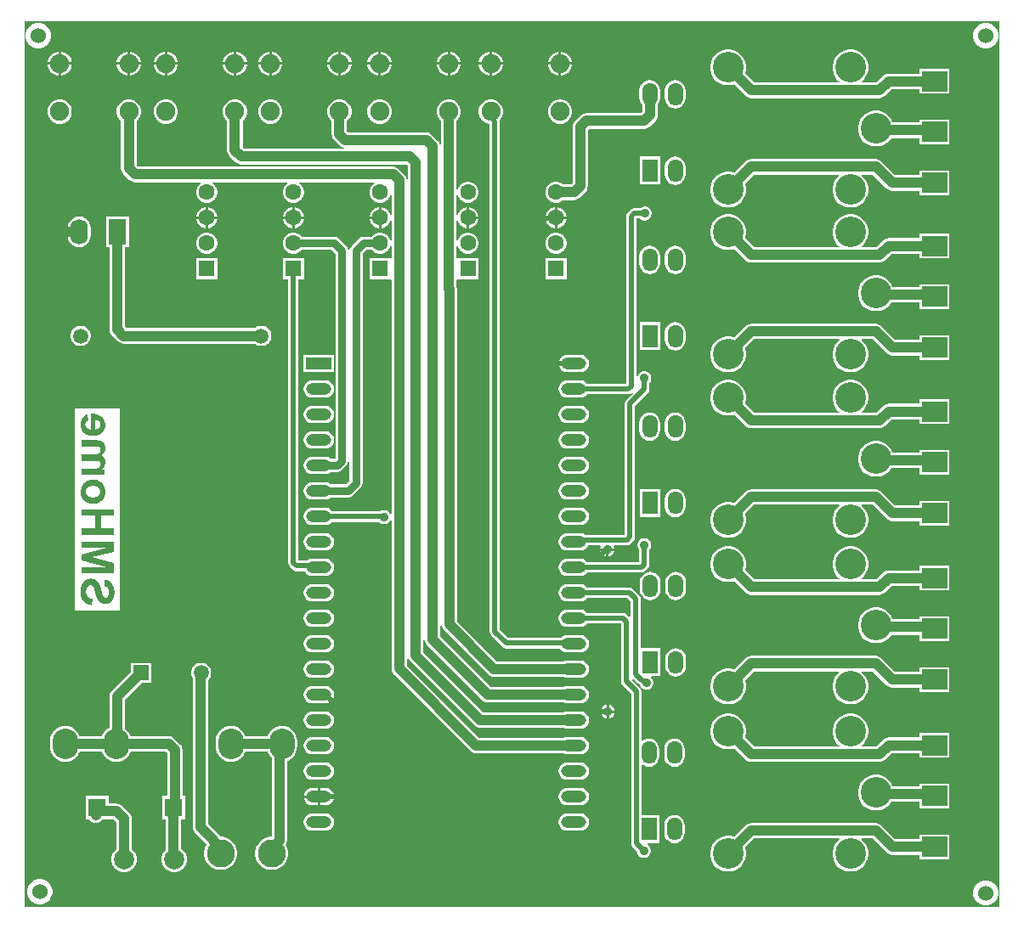
<source format=gbl>
G04*
G04 #@! TF.GenerationSoftware,Altium Limited,Altium Designer,21.3.2 (30)*
G04*
G04 Layer_Physical_Order=2*
G04 Layer_Color=16711680*
%FSTAX24Y24*%
%MOIN*%
G70*
G04*
G04 #@! TF.SameCoordinates,4F95F32B-0C25-4130-9E89-9C1B30D11028*
G04*
G04*
G04 #@! TF.FilePolarity,Positive*
G04*
G01*
G75*
%ADD27C,0.0200*%
%ADD52C,0.0300*%
%ADD53C,0.0400*%
%ADD54C,0.0600*%
%ADD55R,0.0591X0.0591*%
%ADD56C,0.0591*%
%ADD57R,0.0984X0.0472*%
%ADD58O,0.0984X0.0472*%
%ADD59C,0.0630*%
%ADD60R,0.0630X0.0630*%
%ADD61C,0.0750*%
%ADD62O,0.0700X0.1000*%
%ADD63R,0.0700X0.1000*%
%ADD64O,0.1000X0.1200*%
%ADD65R,0.0709X0.0709*%
%ADD67C,0.1100*%
%ADD68R,0.0600X0.0900*%
%ADD69O,0.0600X0.0900*%
%ADD70R,0.0984X0.0787*%
%ADD71C,0.1200*%
%ADD72C,0.0350*%
%ADD73C,0.0787*%
G36*
X07055Y022D02*
X0323D01*
Y05675D01*
X07055D01*
Y022D01*
D02*
G37*
%LPC*%
G36*
X032915Y056694D02*
X032785D01*
X032659Y05666D01*
X032547Y056595D01*
X032455Y056503D01*
X03239Y056391D01*
X032356Y056265D01*
Y056135D01*
X03239Y056009D01*
X032455Y055897D01*
X032547Y055805D01*
X032659Y05574D01*
X032785Y055706D01*
X032915D01*
X033041Y05574D01*
X033153Y055805D01*
X033245Y055897D01*
X03331Y056009D01*
X033344Y056135D01*
Y056265D01*
X03331Y056391D01*
X033245Y056503D01*
X033153Y056595D01*
X033041Y05666D01*
X032915Y056694D01*
D02*
G37*
G36*
X07007Y056688D02*
X06994D01*
X069815Y056655D01*
X069702Y05659D01*
X06961Y056498D01*
X069545Y056385D01*
X069511Y05626D01*
Y05613D01*
X069545Y056004D01*
X06961Y055892D01*
X069702Y0558D01*
X069815Y055735D01*
X06994Y055701D01*
X07007D01*
X070196Y055735D01*
X070308Y0558D01*
X0704Y055892D01*
X070465Y056004D01*
X070499Y05613D01*
Y05626D01*
X070465Y056385D01*
X0704Y056498D01*
X070308Y05659D01*
X070196Y056655D01*
X07007Y056688D01*
D02*
G37*
G36*
X049008Y055575D02*
X048995D01*
Y05515D01*
X04942D01*
Y055163D01*
X049388Y055283D01*
X049325Y055392D01*
X049237Y05548D01*
X049128Y055543D01*
X049008Y055575D01*
D02*
G37*
G36*
X053373D02*
X05336D01*
Y05515D01*
X053785D01*
Y055163D01*
X053753Y055283D01*
X05369Y055392D01*
X053602Y05548D01*
X053493Y055543D01*
X053373Y055575D01*
D02*
G37*
G36*
X050663D02*
X05065D01*
Y05515D01*
X051075D01*
Y055163D01*
X051043Y055283D01*
X05098Y055392D01*
X050892Y05548D01*
X050783Y055543D01*
X050663Y055575D01*
D02*
G37*
G36*
X044718D02*
X044705D01*
Y05515D01*
X04513D01*
Y055163D01*
X045098Y055283D01*
X045035Y055392D01*
X044947Y05548D01*
X044838Y055543D01*
X044718Y055575D01*
D02*
G37*
G36*
X042008D02*
X041995D01*
Y05515D01*
X04242D01*
Y055163D01*
X042388Y055283D01*
X042325Y055392D01*
X042237Y05548D01*
X042128Y055543D01*
X042008Y055575D01*
D02*
G37*
G36*
X040623D02*
X04061D01*
Y05515D01*
X041035D01*
Y055163D01*
X041003Y055283D01*
X04094Y055392D01*
X040852Y05548D01*
X040743Y055543D01*
X040623Y055575D01*
D02*
G37*
G36*
X037913D02*
X0379D01*
Y05515D01*
X038325D01*
Y055163D01*
X038293Y055283D01*
X03823Y055392D01*
X038142Y05548D01*
X038033Y055543D01*
X037913Y055575D01*
D02*
G37*
G36*
X036458D02*
X036445D01*
Y05515D01*
X03687D01*
Y055163D01*
X036838Y055283D01*
X036775Y055392D01*
X036687Y05548D01*
X036578Y055543D01*
X036458Y055575D01*
D02*
G37*
G36*
X033748D02*
X033735D01*
Y05515D01*
X03416D01*
Y055163D01*
X034128Y055283D01*
X034065Y055392D01*
X033977Y05548D01*
X033868Y055543D01*
X033748Y055575D01*
D02*
G37*
G36*
X046298D02*
X046285D01*
Y05515D01*
X04671D01*
Y055163D01*
X046678Y055283D01*
X046615Y055392D01*
X046527Y05548D01*
X046418Y055543D01*
X046298Y055575D01*
D02*
G37*
G36*
X048895D02*
X048882D01*
X048762Y055543D01*
X048653Y05548D01*
X048565Y055392D01*
X048502Y055283D01*
X04847Y055163D01*
Y05515D01*
X048895D01*
Y055575D01*
D02*
G37*
G36*
X05326D02*
X053247D01*
X053127Y055543D01*
X053018Y05548D01*
X05293Y055392D01*
X052867Y055283D01*
X052835Y055163D01*
Y05515D01*
X05326D01*
Y055575D01*
D02*
G37*
G36*
X05055D02*
X050537D01*
X050417Y055543D01*
X050308Y05548D01*
X05022Y055392D01*
X050157Y055283D01*
X050125Y055163D01*
Y05515D01*
X05055D01*
Y055575D01*
D02*
G37*
G36*
X044605D02*
X044592D01*
X044472Y055543D01*
X044363Y05548D01*
X044275Y055392D01*
X044212Y055283D01*
X04418Y055163D01*
Y05515D01*
X044605D01*
Y055575D01*
D02*
G37*
G36*
X041895D02*
X041882D01*
X041762Y055543D01*
X041653Y05548D01*
X041565Y055392D01*
X041502Y055283D01*
X04147Y055163D01*
Y05515D01*
X041895D01*
Y055575D01*
D02*
G37*
G36*
X04051D02*
X040497D01*
X040377Y055543D01*
X040268Y05548D01*
X04018Y055392D01*
X040117Y055283D01*
X040085Y055163D01*
Y05515D01*
X04051D01*
Y055575D01*
D02*
G37*
G36*
X0378D02*
X037787D01*
X037667Y055543D01*
X037558Y05548D01*
X03747Y055392D01*
X037407Y055283D01*
X037375Y055163D01*
Y05515D01*
X0378D01*
Y055575D01*
D02*
G37*
G36*
X036345D02*
X036332D01*
X036212Y055543D01*
X036103Y05548D01*
X036015Y055392D01*
X035952Y055283D01*
X03592Y055163D01*
Y05515D01*
X036345D01*
Y055575D01*
D02*
G37*
G36*
X033635D02*
X033622D01*
X033502Y055543D01*
X033393Y05548D01*
X033305Y055392D01*
X033242Y055283D01*
X03321Y055163D01*
Y05515D01*
X033635D01*
Y055575D01*
D02*
G37*
G36*
X046185D02*
X046172D01*
X046052Y055543D01*
X045943Y05548D01*
X045855Y055392D01*
X045792Y055283D01*
X04576Y055163D01*
Y05515D01*
X046185D01*
Y055575D01*
D02*
G37*
G36*
X053785Y05505D02*
X05336D01*
Y054625D01*
X053373D01*
X053493Y054657D01*
X053602Y05472D01*
X05369Y054808D01*
X053753Y054917D01*
X053785Y055037D01*
Y05505D01*
D02*
G37*
G36*
X05326D02*
X052835D01*
Y055037D01*
X052867Y054917D01*
X05293Y054808D01*
X053018Y05472D01*
X053127Y054657D01*
X053247Y054625D01*
X05326D01*
Y05505D01*
D02*
G37*
G36*
X051075D02*
X05065D01*
Y054625D01*
X050663D01*
X050783Y054657D01*
X050892Y05472D01*
X05098Y054808D01*
X051043Y054917D01*
X051075Y055037D01*
Y05505D01*
D02*
G37*
G36*
X05055D02*
X050125D01*
Y055037D01*
X050157Y054917D01*
X05022Y054808D01*
X050308Y05472D01*
X050417Y054657D01*
X050537Y054625D01*
X05055D01*
Y05505D01*
D02*
G37*
G36*
X04942D02*
X048995D01*
Y054625D01*
X049008D01*
X049128Y054657D01*
X049237Y05472D01*
X049325Y054808D01*
X049388Y054917D01*
X04942Y055037D01*
Y05505D01*
D02*
G37*
G36*
X048895D02*
X04847D01*
Y055037D01*
X048502Y054917D01*
X048565Y054808D01*
X048653Y05472D01*
X048762Y054657D01*
X048882Y054625D01*
X048895D01*
Y05505D01*
D02*
G37*
G36*
X04671D02*
X046285D01*
Y054625D01*
X046298D01*
X046418Y054657D01*
X046527Y05472D01*
X046615Y054808D01*
X046678Y054917D01*
X04671Y055037D01*
Y05505D01*
D02*
G37*
G36*
X046185D02*
X04576D01*
Y055037D01*
X045792Y054917D01*
X045855Y054808D01*
X045943Y05472D01*
X046052Y054657D01*
X046172Y054625D01*
X046185D01*
Y05505D01*
D02*
G37*
G36*
X04513D02*
X044705D01*
Y054625D01*
X044718D01*
X044838Y054657D01*
X044947Y05472D01*
X045035Y054808D01*
X045098Y054917D01*
X04513Y055037D01*
Y05505D01*
D02*
G37*
G36*
X044605D02*
X04418D01*
Y055037D01*
X044212Y054917D01*
X044275Y054808D01*
X044363Y05472D01*
X044472Y054657D01*
X044592Y054625D01*
X044605D01*
Y05505D01*
D02*
G37*
G36*
X04242D02*
X041995D01*
Y054625D01*
X042008D01*
X042128Y054657D01*
X042237Y05472D01*
X042325Y054808D01*
X042388Y054917D01*
X04242Y055037D01*
Y05505D01*
D02*
G37*
G36*
X041895D02*
X04147D01*
Y055037D01*
X041502Y054917D01*
X041565Y054808D01*
X041653Y05472D01*
X041762Y054657D01*
X041882Y054625D01*
X041895D01*
Y05505D01*
D02*
G37*
G36*
X041035D02*
X04061D01*
Y054625D01*
X040623D01*
X040743Y054657D01*
X040852Y05472D01*
X04094Y054808D01*
X041003Y054917D01*
X041035Y055037D01*
Y05505D01*
D02*
G37*
G36*
X04051D02*
X040085D01*
Y055037D01*
X040117Y054917D01*
X04018Y054808D01*
X040268Y05472D01*
X040377Y054657D01*
X040497Y054625D01*
X04051D01*
Y05505D01*
D02*
G37*
G36*
X038325D02*
X0379D01*
Y054625D01*
X037913D01*
X038033Y054657D01*
X038142Y05472D01*
X03823Y054808D01*
X038293Y054917D01*
X038325Y055037D01*
Y05505D01*
D02*
G37*
G36*
X0378D02*
X037375D01*
Y055037D01*
X037407Y054917D01*
X03747Y054808D01*
X037558Y05472D01*
X037667Y054657D01*
X037787Y054625D01*
X0378D01*
Y05505D01*
D02*
G37*
G36*
X03687D02*
X036445D01*
Y054625D01*
X036458D01*
X036578Y054657D01*
X036687Y05472D01*
X036775Y054808D01*
X036838Y054917D01*
X03687Y055037D01*
Y05505D01*
D02*
G37*
G36*
X036345D02*
X03592D01*
Y055037D01*
X035952Y054917D01*
X036015Y054808D01*
X036103Y05472D01*
X036212Y054657D01*
X036332Y054625D01*
X036345D01*
Y05505D01*
D02*
G37*
G36*
X03416D02*
X033735D01*
Y054625D01*
X033748D01*
X033868Y054657D01*
X033977Y05472D01*
X034065Y054808D01*
X034128Y054917D01*
X03416Y055037D01*
Y05505D01*
D02*
G37*
G36*
X033635D02*
X03321D01*
Y055037D01*
X033242Y054917D01*
X033305Y054808D01*
X033393Y05472D01*
X033502Y054657D01*
X033622Y054625D01*
X033635D01*
Y05505D01*
D02*
G37*
G36*
X064769Y05565D02*
X064631D01*
X064496Y055623D01*
X064368Y05557D01*
X064254Y055494D01*
X064156Y055396D01*
X06408Y055282D01*
X064027Y055154D01*
X064Y055019D01*
Y054881D01*
X064027Y054746D01*
X06408Y054618D01*
X064156Y054504D01*
X064254Y054406D01*
X064263Y0544D01*
X064248Y054353D01*
X060925D01*
X060561Y054717D01*
X060573Y054746D01*
X0606Y054881D01*
Y055019D01*
X060573Y055154D01*
X06052Y055282D01*
X060444Y055396D01*
X060346Y055494D01*
X060232Y05557D01*
X060104Y055623D01*
X059969Y05565D01*
X059831D01*
X059696Y055623D01*
X059568Y05557D01*
X059454Y055494D01*
X059356Y055396D01*
X05928Y055282D01*
X059227Y055154D01*
X0592Y055019D01*
Y054881D01*
X059227Y054746D01*
X05928Y054618D01*
X059356Y054504D01*
X059454Y054406D01*
X059568Y05433D01*
X059696Y054277D01*
X059831Y05425D01*
X059969D01*
X060104Y054277D01*
X060133Y054289D01*
X060586Y053836D01*
X060649Y053788D01*
X060722Y053758D01*
X0608Y053747D01*
X065838D01*
X065916Y053758D01*
X065989Y053788D01*
X066052Y053836D01*
X066323Y054107D01*
X067408D01*
Y053916D01*
X068592D01*
Y054904D01*
X067408D01*
Y054713D01*
X066198D01*
X066119Y054702D01*
X066046Y054672D01*
X065984Y054624D01*
X065712Y054353D01*
X065152D01*
X065137Y0544D01*
X065146Y054406D01*
X065244Y054504D01*
X06532Y054618D01*
X065373Y054746D01*
X0654Y054881D01*
Y055019D01*
X065373Y055154D01*
X06532Y055282D01*
X065244Y055396D01*
X065146Y055494D01*
X065032Y05557D01*
X064904Y055623D01*
X064769Y05565D01*
D02*
G37*
G36*
X057828Y054453D02*
X057724Y05444D01*
X057626Y054399D01*
X057543Y054335D01*
X057479Y054252D01*
X057438Y054154D01*
X057425Y05405D01*
Y05375D01*
X057438Y053646D01*
X057479Y053548D01*
X057543Y053465D01*
X057626Y053401D01*
X057724Y05336D01*
X057828Y053347D01*
X057932Y05336D01*
X05803Y053401D01*
X058113Y053465D01*
X058177Y053548D01*
X058218Y053646D01*
X058232Y05375D01*
Y05405D01*
X058218Y054154D01*
X058177Y054252D01*
X058113Y054335D01*
X05803Y054399D01*
X057932Y05444D01*
X057828Y054453D01*
D02*
G37*
G36*
X053373Y053695D02*
X053247D01*
X053127Y053663D01*
X053018Y0536D01*
X05293Y053512D01*
X052867Y053403D01*
X052835Y053283D01*
Y053157D01*
X052867Y053037D01*
X05293Y052928D01*
X053018Y05284D01*
X053127Y052777D01*
X053247Y052745D01*
X053373D01*
X053493Y052777D01*
X053602Y05284D01*
X05369Y052928D01*
X053753Y053037D01*
X053785Y053157D01*
Y053283D01*
X053753Y053403D01*
X05369Y053512D01*
X053602Y0536D01*
X053493Y053663D01*
X053373Y053695D01*
D02*
G37*
G36*
X046298D02*
X046172D01*
X046052Y053663D01*
X045943Y0536D01*
X045855Y053512D01*
X045792Y053403D01*
X04576Y053283D01*
Y053157D01*
X045792Y053037D01*
X045855Y052928D01*
X045943Y05284D01*
X046052Y052777D01*
X046172Y052745D01*
X046298D01*
X046418Y052777D01*
X046527Y05284D01*
X046615Y052928D01*
X046678Y053037D01*
X04671Y053157D01*
Y053283D01*
X046678Y053403D01*
X046615Y053512D01*
X046527Y0536D01*
X046418Y053663D01*
X046298Y053695D01*
D02*
G37*
G36*
X042008D02*
X041882D01*
X041762Y053663D01*
X041653Y0536D01*
X041565Y053512D01*
X041502Y053403D01*
X04147Y053283D01*
Y053157D01*
X041502Y053037D01*
X041565Y052928D01*
X041653Y05284D01*
X041762Y052777D01*
X041882Y052745D01*
X042008D01*
X042128Y052777D01*
X042237Y05284D01*
X042325Y052928D01*
X042388Y053037D01*
X04242Y053157D01*
Y053283D01*
X042388Y053403D01*
X042325Y053512D01*
X042237Y0536D01*
X042128Y053663D01*
X042008Y053695D01*
D02*
G37*
G36*
X037913D02*
X037787D01*
X037667Y053663D01*
X037558Y0536D01*
X03747Y053512D01*
X037407Y053403D01*
X037375Y053283D01*
Y053157D01*
X037407Y053037D01*
X03747Y052928D01*
X037558Y05284D01*
X037667Y052777D01*
X037787Y052745D01*
X037913D01*
X038033Y052777D01*
X038142Y05284D01*
X03823Y052928D01*
X038293Y053037D01*
X038325Y053157D01*
Y053283D01*
X038293Y053403D01*
X03823Y053512D01*
X038142Y0536D01*
X038033Y053663D01*
X037913Y053695D01*
D02*
G37*
G36*
X033748D02*
X033622D01*
X033502Y053663D01*
X033393Y0536D01*
X033305Y053512D01*
X033242Y053403D01*
X03321Y053283D01*
Y053157D01*
X033242Y053037D01*
X033305Y052928D01*
X033393Y05284D01*
X033502Y052777D01*
X033622Y052745D01*
X033748D01*
X033868Y052777D01*
X033977Y05284D01*
X034065Y052928D01*
X034128Y053037D01*
X03416Y053157D01*
Y053283D01*
X034128Y053403D01*
X034065Y053512D01*
X033977Y0536D01*
X033868Y053663D01*
X033748Y053695D01*
D02*
G37*
G36*
X049008D02*
X048882D01*
X048762Y053663D01*
X048653Y0536D01*
X048565Y053512D01*
X048502Y053403D01*
X04847Y053283D01*
Y053157D01*
X048502Y053037D01*
X048565Y052928D01*
X048642Y052851D01*
Y051946D01*
X048592Y051943D01*
X048592Y051944D01*
X048562Y052017D01*
X048514Y05208D01*
X048514Y05208D01*
X04828Y052314D01*
X048217Y052362D01*
X048144Y052392D01*
X048066Y052403D01*
X045015D01*
X044958Y05246D01*
Y052851D01*
X045035Y052928D01*
X045098Y053037D01*
X04513Y053157D01*
Y053283D01*
X045098Y053403D01*
X045035Y053512D01*
X044947Y0536D01*
X044838Y053663D01*
X044718Y053695D01*
X044592D01*
X044472Y053663D01*
X044363Y0536D01*
X044275Y053512D01*
X044212Y053403D01*
X04418Y053283D01*
Y053157D01*
X044212Y053037D01*
X044275Y052928D01*
X044352Y052851D01*
Y052334D01*
X044363Y052256D01*
X044393Y052183D01*
X044441Y05212D01*
X044675Y051886D01*
X044675Y051886D01*
X044738Y051838D01*
X044811Y051808D01*
X04485Y051803D01*
X044847Y051753D01*
X04092D01*
X040863Y05181D01*
Y052851D01*
X04094Y052928D01*
X041003Y053037D01*
X041035Y053157D01*
Y053283D01*
X041003Y053403D01*
X04094Y053512D01*
X040852Y0536D01*
X040743Y053663D01*
X040623Y053695D01*
X040497D01*
X040377Y053663D01*
X040268Y0536D01*
X04018Y053512D01*
X040117Y053403D01*
X040085Y053283D01*
Y053157D01*
X040117Y053037D01*
X04018Y052928D01*
X040257Y052851D01*
Y051684D01*
X040268Y051606D01*
X040298Y051533D01*
X040346Y05147D01*
X04058Y051236D01*
X04058Y051236D01*
X040643Y051188D01*
X040716Y051158D01*
X040794Y051147D01*
X04729D01*
X047347Y05109D01*
Y050558D01*
X047297Y050555D01*
X047292Y050594D01*
X047262Y050667D01*
X047214Y05073D01*
X047214Y05073D01*
X04698Y050964D01*
X046917Y051012D01*
X046844Y051042D01*
X046766Y051053D01*
X036755D01*
X036698Y05111D01*
Y052851D01*
X036775Y052928D01*
X036838Y053037D01*
X03687Y053157D01*
Y053283D01*
X036838Y053403D01*
X036775Y053512D01*
X036687Y0536D01*
X036578Y053663D01*
X036458Y053695D01*
X036332D01*
X036212Y053663D01*
X036103Y0536D01*
X036015Y053512D01*
X035952Y053403D01*
X03592Y053283D01*
Y053157D01*
X035952Y053037D01*
X036015Y052928D01*
X036092Y052851D01*
Y050984D01*
X036103Y050906D01*
X036133Y050833D01*
X036181Y05077D01*
X036415Y050536D01*
X036415Y050536D01*
X036478Y050488D01*
X036551Y050458D01*
X036629Y050447D01*
X039208D01*
X039222Y050397D01*
X039195Y050382D01*
X039118Y050305D01*
X039063Y05021D01*
X039035Y050105D01*
Y049995D01*
X039063Y04989D01*
X039118Y049795D01*
X039195Y049718D01*
X03929Y049663D01*
X039395Y049635D01*
X039505D01*
X03961Y049663D01*
X039705Y049718D01*
X039782Y049795D01*
X039837Y04989D01*
X039865Y049995D01*
Y050105D01*
X039837Y05021D01*
X039782Y050305D01*
X039705Y050382D01*
X039678Y050397D01*
X039692Y050447D01*
X042608D01*
X042622Y050397D01*
X042595Y050382D01*
X042518Y050305D01*
X042463Y05021D01*
X042435Y050105D01*
Y049995D01*
X042463Y04989D01*
X042518Y049795D01*
X042595Y049718D01*
X04269Y049663D01*
X042795Y049635D01*
X042905D01*
X04301Y049663D01*
X043105Y049718D01*
X043182Y049795D01*
X043237Y04989D01*
X043265Y049995D01*
Y050105D01*
X043237Y05021D01*
X043182Y050305D01*
X043105Y050382D01*
X043078Y050397D01*
X043092Y050447D01*
X046008D01*
X046022Y050397D01*
X045995Y050382D01*
X045918Y050305D01*
X045863Y05021D01*
X045835Y050105D01*
Y049995D01*
X045863Y04989D01*
X045918Y049795D01*
X045995Y049718D01*
X04609Y049663D01*
X046195Y049635D01*
X046305D01*
X04641Y049663D01*
X046505Y049718D01*
X046582Y049795D01*
X046637Y04989D01*
X046647Y04993D01*
X046697Y049923D01*
Y049177D01*
X046647Y04917D01*
X046637Y04921D01*
X046582Y049305D01*
X046505Y049382D01*
X04641Y049437D01*
X046305Y049465D01*
X0463D01*
Y04905D01*
Y048635D01*
X046305D01*
X04641Y048663D01*
X046505Y048718D01*
X046582Y048795D01*
X046637Y04889D01*
X046647Y04893D01*
X046697Y048923D01*
Y048177D01*
X046647Y04817D01*
X046637Y04821D01*
X046582Y048305D01*
X046505Y048382D01*
X04641Y048437D01*
X046305Y048465D01*
X046195D01*
X04609Y048437D01*
X045995Y048382D01*
X045918Y048305D01*
X0456D01*
X045502Y048285D01*
X04542Y04823D01*
X045129Y04794D01*
X045074Y047857D01*
X045055Y04776D01*
Y047751D01*
X045005Y04775D01*
X044985Y047848D01*
X04493Y04793D01*
X04473Y04813D01*
X04463Y04823D01*
X044548Y048285D01*
X04445Y048305D01*
X043182D01*
X043105Y048382D01*
X04301Y048437D01*
X042905Y048465D01*
X042795D01*
X04269Y048437D01*
X042595Y048382D01*
X042518Y048305D01*
X042463Y04821D01*
X042435Y048105D01*
Y047995D01*
X042463Y04789D01*
X042518Y047795D01*
X042595Y047718D01*
X04269Y047663D01*
X042795Y047635D01*
X042905D01*
X04301Y047663D01*
X043105Y047718D01*
X043182Y047795D01*
X044344D01*
X044495Y047644D01*
Y039611D01*
X044469Y039585D01*
X044326D01*
X044275Y039624D01*
X044194Y039658D01*
X044106Y039669D01*
X043594D01*
X043506Y039658D01*
X043425Y039624D01*
X043354Y03957D01*
X0433Y0395D01*
X043267Y039418D01*
X043255Y03933D01*
X043267Y039242D01*
X0433Y039161D01*
X043354Y03909D01*
X043425Y039036D01*
X043506Y039003D01*
X043594Y038991D01*
X044106D01*
X044194Y039003D01*
X044275Y039036D01*
X044326Y039075D01*
X044574D01*
X044672Y039095D01*
X044755Y03915D01*
X04493Y039326D01*
X044985Y039408D01*
X045005Y039506D01*
X045055Y039505D01*
Y038746D01*
X044894Y038585D01*
X044326D01*
X044275Y038624D01*
X044194Y038658D01*
X044106Y038669D01*
X043594D01*
X043506Y038658D01*
X043425Y038624D01*
X043354Y03857D01*
X0433Y0385D01*
X043267Y038418D01*
X043255Y03833D01*
X043267Y038242D01*
X0433Y038161D01*
X043354Y03809D01*
X043425Y038036D01*
X043506Y038003D01*
X043594Y037991D01*
X044106D01*
X044194Y038003D01*
X044275Y038036D01*
X044326Y038075D01*
X044999D01*
X045097Y038095D01*
X04518Y03815D01*
X04549Y03846D01*
X045545Y038543D01*
X045564Y03864D01*
Y047654D01*
X045706Y047795D01*
X045918D01*
X045995Y047718D01*
X04609Y047663D01*
X046195Y047635D01*
X046305D01*
X04641Y047663D01*
X046505Y047718D01*
X046582Y047795D01*
X046637Y04789D01*
X046647Y04793D01*
X046697Y047923D01*
Y047502D01*
X046665Y047465D01*
X046647Y047465D01*
X045835D01*
Y046635D01*
X046647D01*
X046665Y046635D01*
X046697Y046598D01*
Y037435D01*
X046647Y037421D01*
X04662Y037469D01*
X046569Y03752D01*
X046506Y037556D01*
X046436Y037575D01*
X046364D01*
X046294Y037556D01*
X046231Y03752D01*
X04623Y037519D01*
X044385D01*
X044346Y03757D01*
X044275Y037624D01*
X044194Y037658D01*
X044106Y037669D01*
X043594D01*
X043506Y037658D01*
X043425Y037624D01*
X043354Y03757D01*
X0433Y0375D01*
X043267Y037418D01*
X043255Y03733D01*
X043267Y037242D01*
X0433Y037161D01*
X043354Y03709D01*
X043425Y037036D01*
X043506Y037003D01*
X043594Y036991D01*
X044106D01*
X044194Y037003D01*
X044275Y037036D01*
X044346Y03709D01*
X044362Y037111D01*
X0462D01*
X046231Y03708D01*
X046294Y037044D01*
X046364Y037025D01*
X046436D01*
X046506Y037044D01*
X046569Y03708D01*
X04662Y037131D01*
X046647Y037179D01*
X046697Y037165D01*
Y03135D01*
X046708Y031272D01*
X046738Y031199D01*
X046786Y031136D01*
X049806Y028116D01*
X049869Y028068D01*
X049942Y028038D01*
X05002Y028028D01*
X053446D01*
X053506Y028003D01*
X053594Y027991D01*
X054106D01*
X054194Y028003D01*
X054275Y028036D01*
X054346Y02809D01*
X0544Y028161D01*
X054433Y028242D01*
X054445Y02833D01*
X054433Y028418D01*
X0544Y0285D01*
X054346Y02857D01*
X054275Y028624D01*
X054194Y028658D01*
X054106Y028669D01*
X053594D01*
X053506Y028658D01*
X053446Y028633D01*
X050145D01*
X047303Y031475D01*
Y031822D01*
X047353Y031825D01*
X047358Y031786D01*
X047388Y031713D01*
X047436Y03165D01*
X049736Y02935D01*
X049736Y02935D01*
X04997Y029116D01*
X04997Y029116D01*
X050033Y029068D01*
X050106Y029038D01*
X050184Y029028D01*
X053446D01*
X053506Y029003D01*
X053594Y028991D01*
X054106D01*
X054194Y029003D01*
X054275Y029036D01*
X054346Y02909D01*
X0544Y029161D01*
X054433Y029242D01*
X054445Y02933D01*
X054433Y029418D01*
X0544Y0295D01*
X054346Y02957D01*
X054275Y029624D01*
X054194Y029658D01*
X054106Y029669D01*
X053594D01*
X053506Y029658D01*
X053446Y029633D01*
X05031D01*
X050164Y029778D01*
X050164Y029778D01*
X047953Y03199D01*
Y032457D01*
X048003Y032461D01*
X048008Y032422D01*
X048038Y032349D01*
X048086Y032286D01*
X050256Y030116D01*
X050319Y030068D01*
X050392Y030038D01*
X05047Y030028D01*
X053446D01*
X053506Y030003D01*
X053594Y029991D01*
X054106D01*
X054194Y030003D01*
X054275Y030036D01*
X054346Y03009D01*
X0544Y030161D01*
X054433Y030242D01*
X054445Y03033D01*
X054433Y030418D01*
X0544Y0305D01*
X054346Y03057D01*
X054275Y030624D01*
X054194Y030658D01*
X054106Y030669D01*
X053594D01*
X053506Y030658D01*
X053446Y030633D01*
X050595D01*
X048603Y032625D01*
Y046131D01*
X048653Y046151D01*
X048659Y046145D01*
Y033089D01*
X048669Y03301D01*
X048699Y032937D01*
X048747Y032875D01*
X050506Y031116D01*
X050506Y031116D01*
X050569Y031068D01*
X050642Y031038D01*
X05072Y031028D01*
X053446D01*
X053506Y031003D01*
X053594Y030991D01*
X054106D01*
X054194Y031003D01*
X054275Y031036D01*
X054346Y03109D01*
X0544Y031161D01*
X054433Y031242D01*
X054445Y03133D01*
X054433Y031418D01*
X0544Y0315D01*
X054346Y03157D01*
X054275Y031624D01*
X054194Y031658D01*
X054106Y031669D01*
X053594D01*
X053506Y031658D01*
X053446Y031633D01*
X050845D01*
X049264Y033214D01*
Y046254D01*
X049254Y046333D01*
X049248Y046347D01*
Y046605D01*
X049285Y046635D01*
X049298Y046635D01*
X050115D01*
Y047465D01*
X049298D01*
X049285Y047465D01*
X049248Y047495D01*
Y047942D01*
X049298Y047949D01*
X049313Y04789D01*
X049368Y047795D01*
X049445Y047718D01*
X04954Y047663D01*
X049645Y047635D01*
X049755D01*
X04986Y047663D01*
X049955Y047718D01*
X050032Y047795D01*
X050087Y04789D01*
X050115Y047995D01*
Y048105D01*
X050087Y04821D01*
X050032Y048305D01*
X049955Y048382D01*
X04986Y048437D01*
X049755Y048465D01*
X049645D01*
X04954Y048437D01*
X049445Y048382D01*
X049368Y048305D01*
X049313Y04821D01*
X049298Y048151D01*
X049248Y048158D01*
Y048942D01*
X049298Y048949D01*
X049313Y04889D01*
X049368Y048795D01*
X049445Y048718D01*
X04954Y048663D01*
X049645Y048635D01*
X04965D01*
Y04905D01*
Y049465D01*
X049645D01*
X04954Y049437D01*
X049445Y049382D01*
X049368Y049305D01*
X049313Y04921D01*
X049298Y049151D01*
X049248Y049158D01*
Y049942D01*
X049298Y049949D01*
X049313Y04989D01*
X049368Y049795D01*
X049445Y049718D01*
X04954Y049663D01*
X049645Y049635D01*
X049755D01*
X04986Y049663D01*
X049955Y049718D01*
X050032Y049795D01*
X050087Y04989D01*
X050115Y049995D01*
Y050105D01*
X050087Y05021D01*
X050032Y050305D01*
X049955Y050382D01*
X04986Y050437D01*
X049755Y050465D01*
X049645D01*
X04954Y050437D01*
X049445Y050382D01*
X049368Y050305D01*
X049313Y05021D01*
X049298Y050151D01*
X049248Y050158D01*
Y052851D01*
X049325Y052928D01*
X049388Y053037D01*
X04942Y053157D01*
Y053283D01*
X049388Y053403D01*
X049325Y053512D01*
X049237Y0536D01*
X049128Y053663D01*
X049008Y053695D01*
D02*
G37*
G36*
X065769Y05325D02*
X065631D01*
X065496Y053223D01*
X065368Y05317D01*
X065254Y053094D01*
X065156Y052996D01*
X06508Y052882D01*
X065027Y052754D01*
X065Y052619D01*
Y052481D01*
X065027Y052346D01*
X06508Y052218D01*
X065156Y052104D01*
X065254Y052006D01*
X065368Y05193D01*
X065496Y051877D01*
X065631Y05185D01*
X065769D01*
X065904Y051877D01*
X066032Y05193D01*
X066146Y052006D01*
X066244Y052104D01*
X066295Y05218D01*
X067408D01*
Y051921D01*
X068592D01*
Y052909D01*
X067408D01*
Y052785D01*
X06636D01*
X06632Y052882D01*
X066244Y052996D01*
X066146Y053094D01*
X066032Y05317D01*
X065904Y053223D01*
X065769Y05325D01*
D02*
G37*
G36*
X0657Y051353D02*
X0608D01*
X060722Y051342D01*
X060649Y051312D01*
X060586Y051264D01*
X060133Y050811D01*
X060104Y050823D01*
X059969Y05085D01*
X059831D01*
X059696Y050823D01*
X059568Y05077D01*
X059454Y050694D01*
X059356Y050596D01*
X05928Y050482D01*
X059227Y050354D01*
X0592Y050219D01*
Y050081D01*
X059227Y049946D01*
X05928Y049818D01*
X059356Y049704D01*
X059454Y049606D01*
X059568Y04953D01*
X059696Y049477D01*
X059831Y04945D01*
X059969D01*
X060104Y049477D01*
X060232Y04953D01*
X060346Y049606D01*
X060444Y049704D01*
X06052Y049818D01*
X060573Y049946D01*
X0606Y050081D01*
Y050219D01*
X060573Y050354D01*
X060561Y050383D01*
X060925Y050747D01*
X064248D01*
X064263Y0507D01*
X064254Y050694D01*
X064156Y050596D01*
X06408Y050482D01*
X064027Y050354D01*
X064Y050219D01*
Y050081D01*
X064027Y049946D01*
X06408Y049818D01*
X064156Y049704D01*
X064254Y049606D01*
X064368Y04953D01*
X064496Y049477D01*
X064631Y04945D01*
X064769D01*
X064904Y049477D01*
X065032Y04953D01*
X065146Y049606D01*
X065244Y049704D01*
X06532Y049818D01*
X065373Y049946D01*
X0654Y050081D01*
Y050219D01*
X065373Y050354D01*
X06532Y050482D01*
X065244Y050596D01*
X065146Y050694D01*
X065137Y0507D01*
X065152Y050747D01*
X065575D01*
X066121Y050201D01*
X066121Y050201D01*
X066184Y050153D01*
X066257Y050123D01*
X066335Y050112D01*
X066335Y050112D01*
X067408D01*
Y049921D01*
X068592D01*
Y050909D01*
X067408D01*
Y050718D01*
X06646D01*
X065914Y051264D01*
X065851Y051312D01*
X065778Y051342D01*
X0657Y051353D01*
D02*
G37*
G36*
X056828Y054453D02*
X056724Y05444D01*
X056626Y054399D01*
X056543Y054335D01*
X056479Y054252D01*
X056438Y054154D01*
X056425Y05405D01*
Y05375D01*
X056438Y053646D01*
X056479Y053548D01*
X056543Y053465D01*
X056547Y053461D01*
Y05321D01*
X05649Y053153D01*
X054334D01*
X054256Y053142D01*
X054183Y053112D01*
X05412Y053064D01*
X05412Y053064D01*
X053886Y05283D01*
X053838Y052767D01*
X053808Y052694D01*
X053797Y052616D01*
Y05041D01*
X05374Y050353D01*
X053434D01*
X053405Y050382D01*
X05331Y050437D01*
X053205Y050465D01*
X053095D01*
X05299Y050437D01*
X052895Y050382D01*
X052818Y050305D01*
X052763Y05021D01*
X052735Y050105D01*
Y049995D01*
X052763Y04989D01*
X052818Y049795D01*
X052895Y049718D01*
X05299Y049663D01*
X053095Y049635D01*
X053205D01*
X05331Y049663D01*
X053405Y049718D01*
X053434Y049747D01*
X053866D01*
X053944Y049758D01*
X054017Y049788D01*
X05408Y049836D01*
X054314Y05007D01*
X054314Y05007D01*
X054362Y050133D01*
X054392Y050206D01*
X054403Y050284D01*
Y05249D01*
X05446Y052547D01*
X056616D01*
X056694Y052558D01*
X056767Y052588D01*
X05683Y052636D01*
X057064Y05287D01*
X057064Y05287D01*
X057112Y052933D01*
X057142Y053006D01*
X057153Y053084D01*
Y053516D01*
X057177Y053548D01*
X057218Y053646D01*
X057232Y05375D01*
Y05405D01*
X057218Y054154D01*
X057177Y054252D01*
X057113Y054335D01*
X05703Y054399D01*
X056932Y05444D01*
X056828Y054453D01*
D02*
G37*
G36*
X057228Y05145D02*
X056428D01*
Y05035D01*
X057228D01*
Y05145D01*
D02*
G37*
G36*
X057828Y051453D02*
X057724Y05144D01*
X057626Y051399D01*
X057543Y051335D01*
X057479Y051252D01*
X057438Y051154D01*
X057425Y05105D01*
Y05075D01*
X057438Y050646D01*
X057479Y050548D01*
X057543Y050465D01*
X057626Y050401D01*
X057724Y05036D01*
X057828Y050347D01*
X057932Y05036D01*
X05803Y050401D01*
X058113Y050465D01*
X058177Y050548D01*
X058218Y050646D01*
X058232Y05075D01*
Y05105D01*
X058218Y051154D01*
X058177Y051252D01*
X058113Y051335D01*
X05803Y051399D01*
X057932Y05144D01*
X057828Y051453D01*
D02*
G37*
G36*
X053205Y049465D02*
X0532D01*
Y0491D01*
X053565D01*
Y049105D01*
X053537Y04921D01*
X053482Y049305D01*
X053405Y049382D01*
X05331Y049437D01*
X053205Y049465D01*
D02*
G37*
G36*
X049755D02*
X04975D01*
Y0491D01*
X050115D01*
Y049105D01*
X050087Y04921D01*
X050032Y049305D01*
X049955Y049382D01*
X04986Y049437D01*
X049755Y049465D01*
D02*
G37*
G36*
X042905D02*
X0429D01*
Y0491D01*
X043265D01*
Y049105D01*
X043237Y04921D01*
X043182Y049305D01*
X043105Y049382D01*
X04301Y049437D01*
X042905Y049465D01*
D02*
G37*
G36*
X039505D02*
X0395D01*
Y0491D01*
X039865D01*
Y049105D01*
X039837Y04921D01*
X039782Y049305D01*
X039705Y049382D01*
X03961Y049437D01*
X039505Y049465D01*
D02*
G37*
G36*
X0531D02*
X053095D01*
X05299Y049437D01*
X052895Y049382D01*
X052818Y049305D01*
X052763Y04921D01*
X052735Y049105D01*
Y0491D01*
X0531D01*
Y049465D01*
D02*
G37*
G36*
X0394D02*
X039395D01*
X03929Y049437D01*
X039195Y049382D01*
X039118Y049305D01*
X039063Y04921D01*
X039035Y049105D01*
Y0491D01*
X0394D01*
Y049465D01*
D02*
G37*
G36*
X0428D02*
X042795D01*
X04269Y049437D01*
X042595Y049382D01*
X042518Y049305D01*
X042463Y04921D01*
X042435Y049105D01*
Y0491D01*
X0428D01*
Y049465D01*
D02*
G37*
G36*
X0462D02*
X046195D01*
X04609Y049437D01*
X045995Y049382D01*
X045918Y049305D01*
X045863Y04921D01*
X045835Y049105D01*
Y0491D01*
X0462D01*
Y049465D01*
D02*
G37*
G36*
X056666Y049495D02*
X056594D01*
X056524Y049476D01*
X056461Y04944D01*
X056445Y049424D01*
X056217D01*
X056139Y049408D01*
X056073Y049364D01*
X056073Y049364D01*
X055956Y049247D01*
X055912Y049181D01*
X055896Y049103D01*
Y042534D01*
X054373D01*
X054346Y04257D01*
X054275Y042624D01*
X054194Y042658D01*
X054106Y042669D01*
X053594D01*
X053506Y042658D01*
X053425Y042624D01*
X053354Y04257D01*
X0533Y0425D01*
X053267Y042418D01*
X053255Y04233D01*
X053267Y042242D01*
X0533Y042161D01*
X053354Y04209D01*
X053425Y042036D01*
X053506Y042003D01*
X053594Y041991D01*
X054106D01*
X054194Y042003D01*
X054275Y042036D01*
X054346Y04209D01*
X054373Y042126D01*
X055983D01*
X056061Y042142D01*
X056127Y042186D01*
X056162Y04215D01*
X055906Y041894D01*
X055862Y041828D01*
X055846Y04175D01*
Y036604D01*
X054359D01*
X054313Y036595D01*
X054275Y036624D01*
X054194Y036658D01*
X054106Y036669D01*
X053594D01*
X053506Y036658D01*
X053425Y036624D01*
X053354Y03657D01*
X0533Y0365D01*
X053267Y036418D01*
X053255Y03633D01*
X053267Y036242D01*
X0533Y036161D01*
X053354Y03609D01*
X053425Y036036D01*
X053506Y036003D01*
X053594Y035991D01*
X054106D01*
X054194Y036003D01*
X054275Y036036D01*
X054346Y03609D01*
X0544Y036161D01*
X054413Y036193D01*
X05442Y036194D01*
X054423Y036196D01*
X05489D01*
X054918Y036146D01*
X054906Y036125D01*
X054891Y036069D01*
X055434D01*
X055419Y036125D01*
X055407Y036146D01*
X055436Y036196D01*
X055933D01*
X056011Y036212D01*
X056077Y036256D01*
X056194Y036373D01*
X056194Y036373D01*
X056238Y036439D01*
X056254Y036517D01*
Y041666D01*
X056762Y042174D01*
X056806Y04224D01*
X056822Y042318D01*
Y042565D01*
X056838Y042581D01*
X056874Y042644D01*
X056893Y042714D01*
Y042786D01*
X056874Y042856D01*
X056838Y042919D01*
X056787Y04297D01*
X056724Y043006D01*
X056654Y043025D01*
X056582D01*
X056512Y043006D01*
X056449Y04297D01*
X056398Y042919D01*
X056362Y042856D01*
X056354Y042827D01*
X056304Y042833D01*
Y049016D01*
X056445D01*
X056461Y049D01*
X056524Y048964D01*
X056594Y048945D01*
X056666D01*
X056736Y048964D01*
X056799Y049D01*
X05685Y049051D01*
X056886Y049114D01*
X056905Y049184D01*
Y049256D01*
X056886Y049326D01*
X05685Y049389D01*
X056799Y04944D01*
X056736Y049476D01*
X056666Y049495D01*
D02*
G37*
G36*
X053565Y049D02*
X0532D01*
Y048635D01*
X053205D01*
X05331Y048663D01*
X053405Y048718D01*
X053482Y048795D01*
X053537Y04889D01*
X053565Y048995D01*
Y049D01*
D02*
G37*
G36*
X0531D02*
X052735D01*
Y048995D01*
X052763Y04889D01*
X052818Y048795D01*
X052895Y048718D01*
X05299Y048663D01*
X053095Y048635D01*
X0531D01*
Y049D01*
D02*
G37*
G36*
X050115D02*
X04975D01*
Y048635D01*
X049755D01*
X04986Y048663D01*
X049955Y048718D01*
X050032Y048795D01*
X050087Y04889D01*
X050115Y048995D01*
Y049D01*
D02*
G37*
G36*
X0462D02*
X045835D01*
Y048995D01*
X045863Y04889D01*
X045918Y048795D01*
X045995Y048718D01*
X04609Y048663D01*
X046195Y048635D01*
X0462D01*
Y049D01*
D02*
G37*
G36*
X043265D02*
X0429D01*
Y048635D01*
X042905D01*
X04301Y048663D01*
X043105Y048718D01*
X043182Y048795D01*
X043237Y04889D01*
X043265Y048995D01*
Y049D01*
D02*
G37*
G36*
X0428D02*
X042435D01*
Y048995D01*
X042463Y04889D01*
X042518Y048795D01*
X042595Y048718D01*
X04269Y048663D01*
X042795Y048635D01*
X0428D01*
Y049D01*
D02*
G37*
G36*
X039865D02*
X0395D01*
Y048635D01*
X039505D01*
X03961Y048663D01*
X039705Y048718D01*
X039782Y048795D01*
X039837Y04889D01*
X039865Y048995D01*
Y049D01*
D02*
G37*
G36*
X0394D02*
X039035D01*
Y048995D01*
X039063Y04889D01*
X039118Y048795D01*
X039195Y048718D01*
X03929Y048663D01*
X039395Y048635D01*
X0394D01*
Y049D01*
D02*
G37*
G36*
X03445Y049104D02*
X034333Y049088D01*
X034223Y049043D01*
X034129Y048971D01*
X034057Y048877D01*
X034012Y048767D01*
X033996Y04865D01*
Y04835D01*
X034012Y048233D01*
X034057Y048123D01*
X034129Y048029D01*
X034223Y047957D01*
X034333Y047912D01*
X03445Y047896D01*
X034567Y047912D01*
X034677Y047957D01*
X034771Y048029D01*
X034843Y048123D01*
X034888Y048233D01*
X034904Y04835D01*
Y04865D01*
X034888Y048767D01*
X034843Y048877D01*
X034771Y048971D01*
X034677Y049043D01*
X034567Y049088D01*
X03445Y049104D01*
D02*
G37*
G36*
X064769Y049185D02*
X064631D01*
X064496Y049158D01*
X064368Y049105D01*
X064254Y049029D01*
X064156Y048931D01*
X06408Y048817D01*
X064027Y048689D01*
X064Y048554D01*
Y048416D01*
X064027Y048281D01*
X06408Y048153D01*
X064156Y048039D01*
X064254Y047941D01*
X064263Y047935D01*
X064248Y047888D01*
X060925D01*
X060561Y048252D01*
X060573Y048281D01*
X0606Y048416D01*
Y048554D01*
X060573Y048689D01*
X06052Y048817D01*
X060444Y048931D01*
X060346Y049029D01*
X060232Y049105D01*
X060104Y049158D01*
X059969Y049185D01*
X059831D01*
X059696Y049158D01*
X059568Y049105D01*
X059454Y049029D01*
X059356Y048931D01*
X05928Y048817D01*
X059227Y048689D01*
X0592Y048554D01*
Y048416D01*
X059227Y048281D01*
X05928Y048153D01*
X059356Y048039D01*
X059454Y047941D01*
X059568Y047865D01*
X059696Y047812D01*
X059831Y047785D01*
X059969D01*
X060104Y047812D01*
X060133Y047824D01*
X060586Y047371D01*
X060649Y047323D01*
X060722Y047293D01*
X0608Y047282D01*
X065838D01*
X065916Y047293D01*
X065989Y047323D01*
X066052Y047371D01*
X066323Y047642D01*
X067408D01*
Y047451D01*
X068592D01*
Y048439D01*
X067408D01*
Y048248D01*
X066198D01*
X066119Y048237D01*
X066046Y048207D01*
X065984Y048159D01*
X065712Y047888D01*
X065152D01*
X065137Y047935D01*
X065146Y047941D01*
X065244Y048039D01*
X06532Y048153D01*
X065373Y048281D01*
X0654Y048416D01*
Y048554D01*
X065373Y048689D01*
X06532Y048817D01*
X065244Y048931D01*
X065146Y049029D01*
X065032Y049105D01*
X064904Y049158D01*
X064769Y049185D01*
D02*
G37*
G36*
X053205Y048465D02*
X053095D01*
X05299Y048437D01*
X052895Y048382D01*
X052818Y048305D01*
X052763Y04821D01*
X052735Y048105D01*
Y047995D01*
X052763Y04789D01*
X052818Y047795D01*
X052895Y047718D01*
X05299Y047663D01*
X053095Y047635D01*
X053205D01*
X05331Y047663D01*
X053405Y047718D01*
X053482Y047795D01*
X053537Y04789D01*
X053565Y047995D01*
Y048105D01*
X053537Y04821D01*
X053482Y048305D01*
X053405Y048382D01*
X05331Y048437D01*
X053205Y048465D01*
D02*
G37*
G36*
X039505D02*
X039395D01*
X03929Y048437D01*
X039195Y048382D01*
X039118Y048305D01*
X039063Y04821D01*
X039035Y048105D01*
Y047995D01*
X039063Y04789D01*
X039118Y047795D01*
X039195Y047718D01*
X03929Y047663D01*
X039395Y047635D01*
X039505D01*
X03961Y047663D01*
X039705Y047718D01*
X039782Y047795D01*
X039837Y04789D01*
X039865Y047995D01*
Y048105D01*
X039837Y04821D01*
X039782Y048305D01*
X039705Y048382D01*
X03961Y048437D01*
X039505Y048465D01*
D02*
G37*
G36*
X057828Y047953D02*
X057724Y04794D01*
X057626Y047899D01*
X057543Y047835D01*
X057479Y047752D01*
X057438Y047654D01*
X057425Y04755D01*
Y04725D01*
X057438Y047146D01*
X057479Y047048D01*
X057543Y046965D01*
X057626Y046901D01*
X057724Y04686D01*
X057828Y046847D01*
X057932Y04686D01*
X05803Y046901D01*
X058113Y046965D01*
X058177Y047048D01*
X058218Y047146D01*
X058232Y04725D01*
Y04755D01*
X058218Y047654D01*
X058177Y047752D01*
X058113Y047835D01*
X05803Y047899D01*
X057932Y04794D01*
X057828Y047953D01*
D02*
G37*
G36*
X056828D02*
X056724Y04794D01*
X056626Y047899D01*
X056543Y047835D01*
X056479Y047752D01*
X056438Y047654D01*
X056425Y04755D01*
Y04725D01*
X056438Y047146D01*
X056479Y047048D01*
X056543Y046965D01*
X056626Y046901D01*
X056724Y04686D01*
X056828Y046847D01*
X056932Y04686D01*
X05703Y046901D01*
X057113Y046965D01*
X057177Y047048D01*
X057218Y047146D01*
X057232Y04725D01*
Y04755D01*
X057218Y047654D01*
X057177Y047752D01*
X057113Y047835D01*
X05703Y047899D01*
X056932Y04794D01*
X056828Y047953D01*
D02*
G37*
G36*
X053565Y047465D02*
X052735D01*
Y046635D01*
X053565D01*
Y047465D01*
D02*
G37*
G36*
X039865D02*
X039035D01*
Y046635D01*
X039865D01*
Y047465D01*
D02*
G37*
G36*
X065769Y046785D02*
X065631D01*
X065496Y046758D01*
X065368Y046705D01*
X065254Y046629D01*
X065156Y046531D01*
X06508Y046417D01*
X065027Y046289D01*
X065Y046154D01*
Y046016D01*
X065027Y045881D01*
X06508Y045753D01*
X065156Y045639D01*
X065254Y045541D01*
X065368Y045465D01*
X065496Y045412D01*
X065631Y045385D01*
X065769D01*
X065904Y045412D01*
X066032Y045465D01*
X066146Y045541D01*
X066244Y045639D01*
X066295Y045715D01*
X067408D01*
Y045456D01*
X068592D01*
Y046444D01*
X067408D01*
Y04632D01*
X06636D01*
X06632Y046417D01*
X066244Y046531D01*
X066146Y046629D01*
X066032Y046705D01*
X065904Y046758D01*
X065769Y046785D01*
D02*
G37*
G36*
X0657Y044888D02*
X0608D01*
X060722Y044877D01*
X060649Y044847D01*
X060586Y044799D01*
X060133Y044346D01*
X060104Y044358D01*
X059969Y044385D01*
X059831D01*
X059696Y044358D01*
X059568Y044305D01*
X059454Y044229D01*
X059356Y044131D01*
X05928Y044017D01*
X059227Y043889D01*
X0592Y043754D01*
Y043616D01*
X059227Y043481D01*
X05928Y043353D01*
X059356Y043239D01*
X059454Y043141D01*
X059568Y043065D01*
X059696Y043012D01*
X059831Y042985D01*
X059969D01*
X060104Y043012D01*
X060232Y043065D01*
X060346Y043141D01*
X060444Y043239D01*
X06052Y043353D01*
X060573Y043481D01*
X0606Y043616D01*
Y043754D01*
X060573Y043889D01*
X060561Y043918D01*
X060925Y044282D01*
X064248D01*
X064263Y044235D01*
X064254Y044229D01*
X064156Y044131D01*
X06408Y044017D01*
X064027Y043889D01*
X064Y043754D01*
Y043616D01*
X064027Y043481D01*
X06408Y043353D01*
X064156Y043239D01*
X064254Y043141D01*
X064368Y043065D01*
X064496Y043012D01*
X064631Y042985D01*
X064769D01*
X064904Y043012D01*
X065032Y043065D01*
X065146Y043141D01*
X065244Y043239D01*
X06532Y043353D01*
X065373Y043481D01*
X0654Y043616D01*
Y043754D01*
X065373Y043889D01*
X06532Y044017D01*
X065244Y044131D01*
X065146Y044229D01*
X065137Y044235D01*
X065152Y044282D01*
X065575D01*
X066121Y043736D01*
X066121Y043736D01*
X066184Y043688D01*
X066257Y043658D01*
X066335Y043647D01*
X066335Y043647D01*
X067408D01*
Y043456D01*
X068592D01*
Y044444D01*
X067408D01*
Y044253D01*
X06646D01*
X065914Y044799D01*
X065851Y044847D01*
X065778Y044877D01*
X0657Y044888D01*
D02*
G37*
G36*
X0364Y0491D02*
X0355D01*
Y0479D01*
X035647D01*
Y044648D01*
X035658Y04457D01*
X035688Y044497D01*
X035736Y044435D01*
X03597Y0442D01*
X03597Y0442D01*
X036033Y044152D01*
X036106Y044122D01*
X036184Y044112D01*
X041337D01*
X041351Y044098D01*
X041441Y044046D01*
X041541Y044019D01*
X041645D01*
X041746Y044046D01*
X041836Y044098D01*
X04191Y044171D01*
X041962Y044262D01*
X041989Y044362D01*
Y044466D01*
X041962Y044567D01*
X04191Y044657D01*
X041836Y04473D01*
X041746Y044783D01*
X041645Y044809D01*
X041541D01*
X041441Y044783D01*
X041351Y04473D01*
X041337Y044717D01*
X03631D01*
X036253Y044774D01*
Y0479D01*
X0364D01*
Y0491D01*
D02*
G37*
G36*
X034559Y044809D02*
X034455D01*
X034354Y044783D01*
X034264Y04473D01*
X03419Y044657D01*
X034138Y044567D01*
X034111Y044466D01*
Y044362D01*
X034138Y044262D01*
X03419Y044171D01*
X034264Y044098D01*
X034354Y044046D01*
X034455Y044019D01*
X034559D01*
X034659Y044046D01*
X034749Y044098D01*
X034823Y044171D01*
X034875Y044262D01*
X034902Y044362D01*
Y044466D01*
X034875Y044567D01*
X034823Y044657D01*
X034749Y04473D01*
X034659Y044783D01*
X034559Y044809D01*
D02*
G37*
G36*
X057228Y04495D02*
X056428D01*
Y04385D01*
X057228D01*
Y04495D01*
D02*
G37*
G36*
X057828Y044953D02*
X057724Y04494D01*
X057626Y044899D01*
X057543Y044835D01*
X057479Y044752D01*
X057438Y044654D01*
X057425Y04455D01*
Y04425D01*
X057438Y044146D01*
X057479Y044048D01*
X057543Y043965D01*
X057626Y043901D01*
X057724Y04386D01*
X057828Y043847D01*
X057932Y04386D01*
X05803Y043901D01*
X058113Y043965D01*
X058177Y044048D01*
X058218Y044146D01*
X058232Y04425D01*
Y04455D01*
X058218Y044654D01*
X058177Y044752D01*
X058113Y044835D01*
X05803Y044899D01*
X057932Y04494D01*
X057828Y044953D01*
D02*
G37*
G36*
X044442Y043666D02*
X043258D01*
Y042994D01*
X044442D01*
Y043666D01*
D02*
G37*
G36*
X054106Y043669D02*
X053594D01*
X053506Y043658D01*
X053425Y043624D01*
X053354Y04357D01*
X0533Y0435D01*
X053267Y043418D01*
X053255Y04333D01*
X053267Y043242D01*
X0533Y043161D01*
X053354Y04309D01*
X053425Y043036D01*
X053506Y043003D01*
X053594Y042991D01*
X054106D01*
X054194Y043003D01*
X054275Y043036D01*
X054346Y04309D01*
X0544Y043161D01*
X054433Y043242D01*
X054445Y04333D01*
X054433Y043418D01*
X0544Y0435D01*
X054346Y04357D01*
X054275Y043624D01*
X054194Y043658D01*
X054106Y043669D01*
D02*
G37*
G36*
X044106Y042669D02*
X043594D01*
X043506Y042658D01*
X043425Y042624D01*
X043354Y04257D01*
X0433Y0425D01*
X043267Y042418D01*
X043255Y04233D01*
X043267Y042242D01*
X0433Y042161D01*
X043354Y04209D01*
X043425Y042036D01*
X043506Y042003D01*
X043594Y041991D01*
X044106D01*
X044194Y042003D01*
X044275Y042036D01*
X044346Y04209D01*
X0444Y042161D01*
X044433Y042242D01*
X044445Y04233D01*
X044433Y042418D01*
X0444Y0425D01*
X044346Y04257D01*
X044275Y042624D01*
X044194Y042658D01*
X044106Y042669D01*
D02*
G37*
G36*
X064769Y042685D02*
X064631D01*
X064496Y042658D01*
X064368Y042605D01*
X064254Y042529D01*
X064156Y042431D01*
X06408Y042317D01*
X064027Y042189D01*
X064Y042054D01*
Y041916D01*
X064027Y041781D01*
X06408Y041653D01*
X064156Y041539D01*
X064254Y041441D01*
X064263Y041435D01*
X064248Y041388D01*
X060925D01*
X060561Y041752D01*
X060573Y041781D01*
X0606Y041916D01*
Y042054D01*
X060573Y042189D01*
X06052Y042317D01*
X060444Y042431D01*
X060346Y042529D01*
X060232Y042605D01*
X060104Y042658D01*
X059969Y042685D01*
X059831D01*
X059696Y042658D01*
X059568Y042605D01*
X059454Y042529D01*
X059356Y042431D01*
X05928Y042317D01*
X059227Y042189D01*
X0592Y042054D01*
Y041916D01*
X059227Y041781D01*
X05928Y041653D01*
X059356Y041539D01*
X059454Y041441D01*
X059568Y041365D01*
X059696Y041312D01*
X059831Y041285D01*
X059969D01*
X060104Y041312D01*
X060133Y041324D01*
X060586Y040871D01*
X060649Y040823D01*
X060722Y040793D01*
X0608Y040782D01*
X065838D01*
X065916Y040793D01*
X065989Y040823D01*
X066052Y040871D01*
X066323Y041142D01*
X067408D01*
Y040951D01*
X068592D01*
Y041939D01*
X067408D01*
Y041748D01*
X066198D01*
X066119Y041737D01*
X066046Y041707D01*
X065984Y041659D01*
X065712Y041388D01*
X065152D01*
X065137Y041435D01*
X065146Y041441D01*
X065244Y041539D01*
X06532Y041653D01*
X065373Y041781D01*
X0654Y041916D01*
Y042054D01*
X065373Y042189D01*
X06532Y042317D01*
X065244Y042431D01*
X065146Y042529D01*
X065032Y042605D01*
X064904Y042658D01*
X064769Y042685D01*
D02*
G37*
G36*
X054106Y041669D02*
X053594D01*
X053506Y041658D01*
X053425Y041624D01*
X053354Y04157D01*
X0533Y0415D01*
X053267Y041418D01*
X053255Y04133D01*
X053267Y041242D01*
X0533Y041161D01*
X053354Y04109D01*
X053425Y041036D01*
X053506Y041003D01*
X053594Y040991D01*
X054106D01*
X054194Y041003D01*
X054275Y041036D01*
X054346Y04109D01*
X0544Y041161D01*
X054433Y041242D01*
X054445Y04133D01*
X054433Y041418D01*
X0544Y0415D01*
X054346Y04157D01*
X054275Y041624D01*
X054194Y041658D01*
X054106Y041669D01*
D02*
G37*
G36*
X044106D02*
X043594D01*
X043506Y041658D01*
X043425Y041624D01*
X043354Y04157D01*
X0433Y0415D01*
X043267Y041418D01*
X043255Y04133D01*
X043267Y041242D01*
X0433Y041161D01*
X043354Y04109D01*
X043425Y041036D01*
X043506Y041003D01*
X043594Y040991D01*
X044106D01*
X044194Y041003D01*
X044275Y041036D01*
X044346Y04109D01*
X0444Y041161D01*
X044433Y041242D01*
X044445Y04133D01*
X044433Y041418D01*
X0444Y0415D01*
X044346Y04157D01*
X044275Y041624D01*
X044194Y041658D01*
X044106Y041669D01*
D02*
G37*
G36*
X057828Y041403D02*
X057724Y04139D01*
X057626Y041349D01*
X057543Y041285D01*
X057479Y041202D01*
X057438Y041104D01*
X057425Y041D01*
Y0407D01*
X057438Y040596D01*
X057479Y040498D01*
X057543Y040415D01*
X057626Y040351D01*
X057724Y04031D01*
X057828Y040297D01*
X057932Y04031D01*
X05803Y040351D01*
X058113Y040415D01*
X058177Y040498D01*
X058218Y040596D01*
X058232Y0407D01*
Y041D01*
X058218Y041104D01*
X058177Y041202D01*
X058113Y041285D01*
X05803Y041349D01*
X057932Y04139D01*
X057828Y041403D01*
D02*
G37*
G36*
X056828D02*
X056724Y04139D01*
X056626Y041349D01*
X056543Y041285D01*
X056479Y041202D01*
X056438Y041104D01*
X056425Y041D01*
Y0407D01*
X056438Y040596D01*
X056479Y040498D01*
X056543Y040415D01*
X056626Y040351D01*
X056724Y04031D01*
X056828Y040297D01*
X056932Y04031D01*
X05703Y040351D01*
X057113Y040415D01*
X057177Y040498D01*
X057218Y040596D01*
X057232Y0407D01*
Y041D01*
X057218Y041104D01*
X057177Y041202D01*
X057113Y041285D01*
X05703Y041349D01*
X056932Y04139D01*
X056828Y041403D01*
D02*
G37*
G36*
X054106Y040669D02*
X053594D01*
X053506Y040658D01*
X053425Y040624D01*
X053354Y04057D01*
X0533Y0405D01*
X053267Y040418D01*
X053255Y04033D01*
X053267Y040242D01*
X0533Y040161D01*
X053354Y04009D01*
X053425Y040036D01*
X053506Y040003D01*
X053594Y039991D01*
X054106D01*
X054194Y040003D01*
X054275Y040036D01*
X054346Y04009D01*
X0544Y040161D01*
X054433Y040242D01*
X054445Y04033D01*
X054433Y040418D01*
X0544Y0405D01*
X054346Y04057D01*
X054275Y040624D01*
X054194Y040658D01*
X054106Y040669D01*
D02*
G37*
G36*
X044106D02*
X043594D01*
X043506Y040658D01*
X043425Y040624D01*
X043354Y04057D01*
X0433Y0405D01*
X043267Y040418D01*
X043255Y04033D01*
X043267Y040242D01*
X0433Y040161D01*
X043354Y04009D01*
X043425Y040036D01*
X043506Y040003D01*
X043594Y039991D01*
X044106D01*
X044194Y040003D01*
X044275Y040036D01*
X044346Y04009D01*
X0444Y040161D01*
X044433Y040242D01*
X044445Y04033D01*
X044433Y040418D01*
X0444Y0405D01*
X044346Y04057D01*
X044275Y040624D01*
X044194Y040658D01*
X044106Y040669D01*
D02*
G37*
G36*
X054106Y039669D02*
X053594D01*
X053506Y039658D01*
X053425Y039624D01*
X053354Y03957D01*
X0533Y0395D01*
X053267Y039418D01*
X053255Y03933D01*
X053267Y039242D01*
X0533Y039161D01*
X053354Y03909D01*
X053425Y039036D01*
X053506Y039003D01*
X053594Y038991D01*
X054106D01*
X054194Y039003D01*
X054275Y039036D01*
X054346Y03909D01*
X0544Y039161D01*
X054433Y039242D01*
X054445Y03933D01*
X054433Y039418D01*
X0544Y0395D01*
X054346Y03957D01*
X054275Y039624D01*
X054194Y039658D01*
X054106Y039669D01*
D02*
G37*
G36*
X065769Y040285D02*
X065631D01*
X065496Y040258D01*
X065368Y040205D01*
X065254Y040129D01*
X065156Y040031D01*
X06508Y039917D01*
X065027Y039789D01*
X065Y039654D01*
Y039516D01*
X065027Y039381D01*
X06508Y039253D01*
X065156Y039139D01*
X065254Y039041D01*
X065368Y038965D01*
X065496Y038912D01*
X065631Y038885D01*
X065769D01*
X065904Y038912D01*
X066032Y038965D01*
X066146Y039041D01*
X066244Y039139D01*
X066295Y039215D01*
X067408D01*
Y038956D01*
X068592D01*
Y039944D01*
X067408D01*
Y03982D01*
X06636D01*
X06632Y039917D01*
X066244Y040031D01*
X066146Y040129D01*
X066032Y040205D01*
X065904Y040258D01*
X065769Y040285D01*
D02*
G37*
G36*
X054106Y038669D02*
X053594D01*
X053506Y038658D01*
X053425Y038624D01*
X053354Y03857D01*
X0533Y0385D01*
X053267Y038418D01*
X053255Y03833D01*
X053267Y038242D01*
X0533Y038161D01*
X053354Y03809D01*
X053425Y038036D01*
X053506Y038003D01*
X053594Y037991D01*
X054106D01*
X054194Y038003D01*
X054275Y038036D01*
X054346Y03809D01*
X0544Y038161D01*
X054433Y038242D01*
X054445Y03833D01*
X054433Y038418D01*
X0544Y0385D01*
X054346Y03857D01*
X054275Y038624D01*
X054194Y038658D01*
X054106Y038669D01*
D02*
G37*
G36*
X0657Y038388D02*
X0608D01*
X060722Y038377D01*
X060649Y038347D01*
X060586Y038299D01*
X060133Y037846D01*
X060104Y037858D01*
X059969Y037885D01*
X059831D01*
X059696Y037858D01*
X059568Y037805D01*
X059454Y037729D01*
X059356Y037631D01*
X05928Y037517D01*
X059227Y037389D01*
X0592Y037254D01*
Y037116D01*
X059227Y036981D01*
X05928Y036853D01*
X059356Y036739D01*
X059454Y036641D01*
X059568Y036565D01*
X059696Y036512D01*
X059831Y036485D01*
X059969D01*
X060104Y036512D01*
X060232Y036565D01*
X060346Y036641D01*
X060444Y036739D01*
X06052Y036853D01*
X060573Y036981D01*
X0606Y037116D01*
Y037254D01*
X060573Y037389D01*
X060561Y037418D01*
X060925Y037782D01*
X064248D01*
X064263Y037735D01*
X064254Y037729D01*
X064156Y037631D01*
X06408Y037517D01*
X064027Y037389D01*
X064Y037254D01*
Y037116D01*
X064027Y036981D01*
X06408Y036853D01*
X064156Y036739D01*
X064254Y036641D01*
X064368Y036565D01*
X064496Y036512D01*
X064631Y036485D01*
X064769D01*
X064904Y036512D01*
X065032Y036565D01*
X065146Y036641D01*
X065244Y036739D01*
X06532Y036853D01*
X065373Y036981D01*
X0654Y037116D01*
Y037254D01*
X065373Y037389D01*
X06532Y037517D01*
X065244Y037631D01*
X065146Y037729D01*
X065137Y037735D01*
X065152Y037782D01*
X065575D01*
X066121Y037236D01*
X066121Y037236D01*
X066184Y037188D01*
X066257Y037158D01*
X066335Y037147D01*
X066335Y037147D01*
X067408D01*
Y036956D01*
X068592D01*
Y037944D01*
X067408D01*
Y037753D01*
X06646D01*
X065914Y038299D01*
X065851Y038347D01*
X065778Y038377D01*
X0657Y038388D01*
D02*
G37*
G36*
X057228Y0384D02*
X056428D01*
Y0373D01*
X057228D01*
Y0384D01*
D02*
G37*
G36*
X057828Y038403D02*
X057724Y03839D01*
X057626Y038349D01*
X057543Y038285D01*
X057479Y038202D01*
X057438Y038104D01*
X057425Y038D01*
Y0377D01*
X057438Y037596D01*
X057479Y037498D01*
X057543Y037415D01*
X057626Y037351D01*
X057724Y03731D01*
X057828Y037297D01*
X057932Y03731D01*
X05803Y037351D01*
X058113Y037415D01*
X058177Y037498D01*
X058218Y037596D01*
X058232Y0377D01*
Y038D01*
X058218Y038104D01*
X058177Y038202D01*
X058113Y038285D01*
X05803Y038349D01*
X057932Y03839D01*
X057828Y038403D01*
D02*
G37*
G36*
X054106Y037669D02*
X053594D01*
X053506Y037658D01*
X053425Y037624D01*
X053354Y03757D01*
X0533Y0375D01*
X053267Y037418D01*
X053255Y03733D01*
X053267Y037242D01*
X0533Y037161D01*
X053354Y03709D01*
X053425Y037036D01*
X053506Y037003D01*
X053594Y036991D01*
X054106D01*
X054194Y037003D01*
X054275Y037036D01*
X054346Y03709D01*
X0544Y037161D01*
X054433Y037242D01*
X054445Y03733D01*
X054433Y037418D01*
X0544Y0375D01*
X054346Y03757D01*
X054275Y037624D01*
X054194Y037658D01*
X054106Y037669D01*
D02*
G37*
G36*
X044106Y036669D02*
X043594D01*
X043506Y036658D01*
X043425Y036624D01*
X043354Y03657D01*
X0433Y0365D01*
X043267Y036418D01*
X043255Y03633D01*
X043267Y036242D01*
X0433Y036161D01*
X043354Y03609D01*
X043425Y036036D01*
X043506Y036003D01*
X043594Y035991D01*
X044106D01*
X044194Y036003D01*
X044275Y036036D01*
X044346Y03609D01*
X0444Y036161D01*
X044433Y036242D01*
X044445Y03633D01*
X044433Y036418D01*
X0444Y0365D01*
X044346Y03657D01*
X044275Y036624D01*
X044194Y036658D01*
X044106Y036669D01*
D02*
G37*
G36*
X055434Y035969D02*
X055213D01*
Y035748D01*
X055269Y035763D01*
X055332Y035799D01*
X055383Y03585D01*
X055419Y035913D01*
X055434Y035969D01*
D02*
G37*
G36*
X055113D02*
X054891D01*
X054906Y035913D01*
X054943Y03585D01*
X054994Y035799D01*
X055057Y035763D01*
X055113Y035748D01*
Y035969D01*
D02*
G37*
G36*
X056654Y036475D02*
X056582D01*
X056512Y036456D01*
X056449Y03642D01*
X056398Y036369D01*
X056362Y036306D01*
X056343Y036236D01*
Y036164D01*
X056362Y036094D01*
X056398Y036031D01*
X056414Y036015D01*
Y035534D01*
X054373D01*
X054346Y03557D01*
X054275Y035624D01*
X054194Y035658D01*
X054106Y035669D01*
X053594D01*
X053506Y035658D01*
X053425Y035624D01*
X053354Y03557D01*
X0533Y0355D01*
X053267Y035418D01*
X053255Y03533D01*
X053267Y035242D01*
X0533Y035161D01*
X053354Y03509D01*
X053425Y035036D01*
X053506Y035003D01*
X053594Y034991D01*
X054106D01*
X054194Y035003D01*
X054275Y035036D01*
X054346Y03509D01*
X054373Y035126D01*
X056501D01*
X056579Y035142D01*
X056645Y035186D01*
X056762Y035303D01*
X056762Y035303D01*
X056806Y035369D01*
X056822Y035447D01*
Y036015D01*
X056838Y036031D01*
X056874Y036094D01*
X056893Y036164D01*
Y036236D01*
X056874Y036306D01*
X056838Y036369D01*
X056787Y03642D01*
X056724Y036456D01*
X056654Y036475D01*
D02*
G37*
G36*
X043265Y047465D02*
X042435D01*
Y046635D01*
X042646D01*
Y035499D01*
X042662Y035421D01*
X042706Y035355D01*
X042823Y035238D01*
X042823Y035238D01*
X042889Y035194D01*
X042967Y035178D01*
X043293D01*
X0433Y035161D01*
X043354Y03509D01*
X043425Y035036D01*
X043506Y035003D01*
X043594Y034991D01*
X044106D01*
X044194Y035003D01*
X044275Y035036D01*
X044346Y03509D01*
X0444Y035161D01*
X044433Y035242D01*
X044445Y03533D01*
X044433Y035418D01*
X0444Y0355D01*
X044346Y03557D01*
X044275Y035624D01*
X044194Y035658D01*
X044106Y035669D01*
X043594D01*
X043506Y035658D01*
X043425Y035624D01*
X043375Y035586D01*
X043054D01*
Y046635D01*
X043265D01*
Y047465D01*
D02*
G37*
G36*
X064769Y03615D02*
X064631D01*
X064496Y036123D01*
X064368Y03607D01*
X064254Y035994D01*
X064156Y035896D01*
X06408Y035782D01*
X064027Y035654D01*
X064Y035519D01*
Y035381D01*
X064027Y035246D01*
X06408Y035118D01*
X064156Y035004D01*
X064254Y034906D01*
X064263Y0349D01*
X064248Y034853D01*
X060925D01*
X060561Y035217D01*
X060573Y035246D01*
X0606Y035381D01*
Y035519D01*
X060573Y035654D01*
X06052Y035782D01*
X060444Y035896D01*
X060346Y035994D01*
X060232Y03607D01*
X060104Y036123D01*
X059969Y03615D01*
X059831D01*
X059696Y036123D01*
X059568Y03607D01*
X059454Y035994D01*
X059356Y035896D01*
X05928Y035782D01*
X059227Y035654D01*
X0592Y035519D01*
Y035381D01*
X059227Y035246D01*
X05928Y035118D01*
X059356Y035004D01*
X059454Y034906D01*
X059568Y03483D01*
X059696Y034777D01*
X059831Y03475D01*
X059969D01*
X060104Y034777D01*
X060133Y034789D01*
X060586Y034336D01*
X060649Y034288D01*
X060722Y034258D01*
X0608Y034247D01*
X065838D01*
X065916Y034258D01*
X065989Y034288D01*
X066052Y034336D01*
X066323Y034607D01*
X067408D01*
Y034416D01*
X068592D01*
Y035404D01*
X067408D01*
Y035213D01*
X066198D01*
X066119Y035202D01*
X066046Y035172D01*
X065984Y035124D01*
X065712Y034853D01*
X065152D01*
X065137Y0349D01*
X065146Y034906D01*
X065244Y035004D01*
X06532Y035118D01*
X065373Y035246D01*
X0654Y035381D01*
Y035519D01*
X065373Y035654D01*
X06532Y035782D01*
X065244Y035896D01*
X065146Y035994D01*
X065032Y03607D01*
X064904Y036123D01*
X064769Y03615D01*
D02*
G37*
G36*
X05785Y035153D02*
X057746Y03514D01*
X057648Y035099D01*
X057565Y035035D01*
X057501Y034952D01*
X05746Y034854D01*
X057447Y03475D01*
Y03445D01*
X05746Y034346D01*
X057501Y034248D01*
X057565Y034165D01*
X057648Y034101D01*
X057746Y03406D01*
X05785Y034047D01*
X057954Y03406D01*
X058052Y034101D01*
X058135Y034165D01*
X058199Y034248D01*
X05824Y034346D01*
X058253Y03445D01*
Y03475D01*
X05824Y034854D01*
X058199Y034952D01*
X058135Y035035D01*
X058052Y035099D01*
X057954Y03514D01*
X05785Y035153D01*
D02*
G37*
G36*
X05685D02*
X056746Y03514D01*
X056648Y035099D01*
X056565Y035035D01*
X056501Y034952D01*
X05646Y034854D01*
X056447Y03475D01*
Y03445D01*
X05646Y034346D01*
X056501Y034248D01*
X056565Y034165D01*
X056648Y034101D01*
X056746Y03406D01*
X05685Y034047D01*
X056954Y03406D01*
X057052Y034101D01*
X057135Y034165D01*
X057199Y034248D01*
X05724Y034346D01*
X057253Y03445D01*
Y03475D01*
X05724Y034854D01*
X057199Y034952D01*
X057135Y035035D01*
X057052Y035099D01*
X056954Y03514D01*
X05685Y035153D01*
D02*
G37*
G36*
X044106Y034669D02*
X043594D01*
X043506Y034658D01*
X043425Y034624D01*
X043354Y03457D01*
X0433Y0345D01*
X043267Y034418D01*
X043255Y03433D01*
X043267Y034242D01*
X0433Y034161D01*
X043354Y03409D01*
X043425Y034036D01*
X043506Y034003D01*
X043594Y033991D01*
X044106D01*
X044194Y034003D01*
X044275Y034036D01*
X044346Y03409D01*
X0444Y034161D01*
X044433Y034242D01*
X044445Y03433D01*
X044433Y034418D01*
X0444Y0345D01*
X044346Y03457D01*
X044275Y034624D01*
X044194Y034658D01*
X044106Y034669D01*
D02*
G37*
G36*
X03605Y041577D02*
X034285D01*
Y033623D01*
X03605D01*
Y041577D01*
D02*
G37*
G36*
X054106Y034669D02*
X053594D01*
X053506Y034658D01*
X053425Y034624D01*
X053354Y03457D01*
X0533Y0345D01*
X053267Y034418D01*
X053255Y03433D01*
X053267Y034242D01*
X0533Y034161D01*
X053354Y03409D01*
X053425Y034036D01*
X053506Y034003D01*
X053594Y033991D01*
X054106D01*
X054194Y034003D01*
X054275Y034036D01*
X054346Y03409D01*
X054373Y034126D01*
X055948D01*
X056069Y034005D01*
Y033403D01*
X056019Y033382D01*
X055927Y033474D01*
X055861Y033519D01*
X055783Y033534D01*
X054373D01*
X054346Y03357D01*
X054275Y033624D01*
X054194Y033658D01*
X054106Y033669D01*
X053594D01*
X053506Y033658D01*
X053425Y033624D01*
X053354Y03357D01*
X0533Y0335D01*
X053267Y033418D01*
X053255Y03333D01*
X053267Y033242D01*
X0533Y033161D01*
X053354Y03309D01*
X053425Y033036D01*
X053506Y033003D01*
X053594Y032991D01*
X054106D01*
X054194Y033003D01*
X054275Y033036D01*
X054346Y03309D01*
X054373Y033126D01*
X055696D01*
Y03085D01*
X055712Y030772D01*
X055756Y030706D01*
X056096Y030366D01*
Y0245D01*
X056112Y024422D01*
X056156Y024356D01*
X056325Y024187D01*
Y024164D01*
X056344Y024094D01*
X05638Y024031D01*
X056431Y02398D01*
X056494Y023944D01*
X056564Y023925D01*
X056636D01*
X056706Y023944D01*
X056769Y02398D01*
X05682Y024031D01*
X056856Y024094D01*
X056875Y024164D01*
Y024236D01*
X056856Y024306D01*
X05682Y024369D01*
X056769Y02442D01*
X056717Y02445D01*
X056728Y0245D01*
X0572D01*
Y0256D01*
X056504D01*
Y02756D01*
X056554Y027585D01*
X056598Y027551D01*
X056696Y02751D01*
X0568Y027497D01*
X056904Y02751D01*
X057002Y027551D01*
X057085Y027615D01*
X057149Y027698D01*
X05719Y027796D01*
X057203Y0279D01*
Y0282D01*
X05719Y028304D01*
X057149Y028402D01*
X057085Y028485D01*
X057002Y028549D01*
X056904Y02859D01*
X0568Y028603D01*
X056696Y02859D01*
X056598Y028549D01*
X056554Y028515D01*
X056504Y02854D01*
Y03045D01*
X056488Y030528D01*
X056444Y030594D01*
X056128Y03091D01*
X056132Y030927D01*
X056186Y030943D01*
X056369Y03076D01*
X056435Y030715D01*
X056438Y030715D01*
X056444Y030694D01*
X05648Y030631D01*
X056531Y03058D01*
X056594Y030544D01*
X056664Y030525D01*
X056736D01*
X056806Y030544D01*
X056869Y03058D01*
X05692Y030631D01*
X056956Y030694D01*
X056975Y030764D01*
Y030836D01*
X056956Y030906D01*
X05692Y030969D01*
X056889Y031D01*
X05691Y03105D01*
X05725D01*
Y03215D01*
X056477D01*
Y03409D01*
X056462Y034168D01*
X056417Y034234D01*
X056177Y034474D01*
X056111Y034519D01*
X056033Y034534D01*
X054373D01*
X054346Y03457D01*
X054275Y034624D01*
X054194Y034658D01*
X054106Y034669D01*
D02*
G37*
G36*
X044106Y033669D02*
X043594D01*
X043506Y033658D01*
X043425Y033624D01*
X043354Y03357D01*
X0433Y0335D01*
X043267Y033418D01*
X043255Y03333D01*
X043267Y033242D01*
X0433Y033161D01*
X043354Y03309D01*
X043425Y033036D01*
X043506Y033003D01*
X043594Y032991D01*
X044106D01*
X044194Y033003D01*
X044275Y033036D01*
X044346Y03309D01*
X0444Y033161D01*
X044433Y033242D01*
X044445Y03333D01*
X044433Y033418D01*
X0444Y0335D01*
X044346Y03357D01*
X044275Y033624D01*
X044194Y033658D01*
X044106Y033669D01*
D02*
G37*
G36*
X065769Y03375D02*
X065631D01*
X065496Y033723D01*
X065368Y03367D01*
X065254Y033594D01*
X065156Y033496D01*
X06508Y033382D01*
X065027Y033254D01*
X065Y033119D01*
Y032981D01*
X065027Y032846D01*
X06508Y032718D01*
X065156Y032604D01*
X065254Y032506D01*
X065368Y03243D01*
X065496Y032377D01*
X065631Y03235D01*
X065769D01*
X065904Y032377D01*
X066032Y03243D01*
X066146Y032506D01*
X066244Y032604D01*
X066295Y03268D01*
X067408D01*
Y032421D01*
X068592D01*
Y033409D01*
X067408D01*
Y033285D01*
X06636D01*
X06632Y033382D01*
X066244Y033496D01*
X066146Y033594D01*
X066032Y03367D01*
X065904Y033723D01*
X065769Y03375D01*
D02*
G37*
G36*
X050663Y053695D02*
X050537D01*
X050417Y053663D01*
X050308Y0536D01*
X05022Y053512D01*
X050157Y053403D01*
X050125Y053283D01*
Y053157D01*
X050157Y053037D01*
X05022Y052928D01*
X050308Y05284D01*
X050417Y052777D01*
X050537Y052745D01*
X050546D01*
Y0328D01*
X050562Y032722D01*
X050606Y032656D01*
X051056Y032206D01*
X051122Y032162D01*
X0512Y032146D01*
X053312D01*
X053354Y03209D01*
X053425Y032036D01*
X053506Y032003D01*
X053594Y031991D01*
X054106D01*
X054194Y032003D01*
X054275Y032036D01*
X054346Y03209D01*
X0544Y032161D01*
X054433Y032242D01*
X054445Y03233D01*
X054433Y032418D01*
X0544Y0325D01*
X054346Y03257D01*
X054275Y032624D01*
X054194Y032658D01*
X054106Y032669D01*
X053594D01*
X053506Y032658D01*
X053425Y032624D01*
X053354Y03257D01*
X053342Y032554D01*
X051284D01*
X050954Y032884D01*
Y052828D01*
X050942Y05289D01*
X05098Y052928D01*
X051043Y053037D01*
X051075Y053157D01*
Y053283D01*
X051043Y053403D01*
X05098Y053512D01*
X050892Y0536D01*
X050783Y053663D01*
X050663Y053695D01*
D02*
G37*
G36*
X044106Y032669D02*
X043594D01*
X043506Y032658D01*
X043425Y032624D01*
X043354Y03257D01*
X0433Y0325D01*
X043267Y032418D01*
X043255Y03233D01*
X043267Y032242D01*
X0433Y032161D01*
X043354Y03209D01*
X043425Y032036D01*
X043506Y032003D01*
X043594Y031991D01*
X044106D01*
X044194Y032003D01*
X044275Y032036D01*
X044346Y03209D01*
X0444Y032161D01*
X044433Y032242D01*
X044445Y03233D01*
X044433Y032418D01*
X0444Y0325D01*
X044346Y03257D01*
X044275Y032624D01*
X044194Y032658D01*
X044106Y032669D01*
D02*
G37*
G36*
X0657Y031853D02*
X0608D01*
X060722Y031842D01*
X060649Y031812D01*
X060586Y031764D01*
X060133Y031311D01*
X060104Y031323D01*
X059969Y03135D01*
X059831D01*
X059696Y031323D01*
X059568Y03127D01*
X059454Y031194D01*
X059356Y031096D01*
X05928Y030982D01*
X059227Y030854D01*
X0592Y030719D01*
Y030581D01*
X059227Y030446D01*
X05928Y030318D01*
X059356Y030204D01*
X059454Y030106D01*
X059568Y03003D01*
X059696Y029977D01*
X059831Y02995D01*
X059969D01*
X060104Y029977D01*
X060232Y03003D01*
X060346Y030106D01*
X060444Y030204D01*
X06052Y030318D01*
X060573Y030446D01*
X0606Y030581D01*
Y030719D01*
X060573Y030854D01*
X060561Y030883D01*
X060925Y031247D01*
X064248D01*
X064263Y0312D01*
X064254Y031194D01*
X064156Y031096D01*
X06408Y030982D01*
X064027Y030854D01*
X064Y030719D01*
Y030581D01*
X064027Y030446D01*
X06408Y030318D01*
X064156Y030204D01*
X064254Y030106D01*
X064368Y03003D01*
X064496Y029977D01*
X064631Y02995D01*
X064769D01*
X064904Y029977D01*
X065032Y03003D01*
X065146Y030106D01*
X065244Y030204D01*
X06532Y030318D01*
X065373Y030446D01*
X0654Y030581D01*
Y030719D01*
X065373Y030854D01*
X06532Y030982D01*
X065244Y031096D01*
X065146Y031194D01*
X065137Y0312D01*
X065152Y031247D01*
X065575D01*
X066121Y030701D01*
X066121Y030701D01*
X066184Y030653D01*
X066257Y030623D01*
X066335Y030612D01*
X066335Y030612D01*
X067408D01*
Y030421D01*
X068592D01*
Y031409D01*
X067408D01*
Y031218D01*
X06646D01*
X065914Y031764D01*
X065851Y031812D01*
X065778Y031842D01*
X0657Y031853D01*
D02*
G37*
G36*
X05785Y032153D02*
X057746Y03214D01*
X057648Y032099D01*
X057565Y032035D01*
X057501Y031952D01*
X05746Y031854D01*
X057447Y03175D01*
Y03145D01*
X05746Y031346D01*
X057501Y031248D01*
X057565Y031165D01*
X057648Y031101D01*
X057746Y03106D01*
X05785Y031047D01*
X057954Y03106D01*
X058052Y031101D01*
X058135Y031165D01*
X058199Y031248D01*
X05824Y031346D01*
X058253Y03145D01*
Y03175D01*
X05824Y031854D01*
X058199Y031952D01*
X058135Y032035D01*
X058052Y032099D01*
X057954Y03214D01*
X05785Y032153D01*
D02*
G37*
G36*
X044106Y031669D02*
X043594D01*
X043506Y031658D01*
X043425Y031624D01*
X043354Y03157D01*
X0433Y0315D01*
X043267Y031418D01*
X043255Y03133D01*
X043267Y031242D01*
X0433Y031161D01*
X043354Y03109D01*
X043425Y031036D01*
X043506Y031003D01*
X043594Y030991D01*
X044106D01*
X044194Y031003D01*
X044275Y031036D01*
X044346Y03109D01*
X0444Y031161D01*
X044433Y031242D01*
X044445Y03133D01*
X044433Y031418D01*
X0444Y0315D01*
X044346Y03157D01*
X044275Y031624D01*
X044194Y031658D01*
X044106Y031669D01*
D02*
G37*
G36*
Y030669D02*
X043594D01*
X043506Y030658D01*
X043425Y030624D01*
X043354Y03057D01*
X0433Y0305D01*
X043267Y030418D01*
X043255Y03033D01*
X043267Y030242D01*
X0433Y030161D01*
X043354Y03009D01*
X043425Y030036D01*
X043506Y030003D01*
X043594Y029991D01*
X044106D01*
X044194Y030003D01*
X044275Y030036D01*
X044346Y03009D01*
X0444Y030161D01*
X044433Y030242D01*
X044445Y03033D01*
X044433Y030418D01*
X0444Y0305D01*
X044346Y03057D01*
X044275Y030624D01*
X044194Y030658D01*
X044106Y030669D01*
D02*
G37*
G36*
X055237Y029935D02*
Y029713D01*
X055458D01*
X055443Y029769D01*
X055407Y029832D01*
X055356Y029883D01*
X055293Y02992D01*
X055237Y029935D01*
D02*
G37*
G36*
X055137D02*
X055081Y02992D01*
X055018Y029883D01*
X054967Y029832D01*
X05493Y029769D01*
X054915Y029713D01*
X055137D01*
Y029935D01*
D02*
G37*
G36*
X055458Y029613D02*
X055237D01*
Y029392D01*
X055293Y029407D01*
X055356Y029443D01*
X055407Y029494D01*
X055443Y029557D01*
X055458Y029613D01*
D02*
G37*
G36*
X055137D02*
X054915D01*
X05493Y029557D01*
X054967Y029494D01*
X055018Y029443D01*
X055081Y029407D01*
X055137Y029392D01*
Y029613D01*
D02*
G37*
G36*
X044106Y029669D02*
X043594D01*
X043506Y029658D01*
X043425Y029624D01*
X043354Y02957D01*
X0433Y0295D01*
X043267Y029418D01*
X043255Y02933D01*
X043267Y029242D01*
X0433Y029161D01*
X043354Y02909D01*
X043425Y029036D01*
X043506Y029003D01*
X043594Y028991D01*
X044106D01*
X044194Y029003D01*
X044275Y029036D01*
X044346Y02909D01*
X0444Y029161D01*
X044433Y029242D01*
X044445Y02933D01*
X044433Y029418D01*
X0444Y0295D01*
X044346Y02957D01*
X044275Y029624D01*
X044194Y029658D01*
X044106Y029669D01*
D02*
G37*
G36*
X0424Y029103D02*
X042282Y029091D01*
X042169Y029057D01*
X042065Y029001D01*
X041974Y028926D01*
X041899Y028835D01*
X041843Y028731D01*
X041834Y028703D01*
X040966D01*
X040957Y028731D01*
X040901Y028835D01*
X040826Y028926D01*
X040735Y029001D01*
X040631Y029057D01*
X040518Y029091D01*
X0404Y029103D01*
X040282Y029091D01*
X040169Y029057D01*
X040065Y029001D01*
X039974Y028926D01*
X039899Y028835D01*
X039843Y028731D01*
X039809Y028618D01*
X039797Y0285D01*
Y0283D01*
X039809Y028182D01*
X039843Y028069D01*
X039899Y027965D01*
X039974Y027874D01*
X040065Y027799D01*
X040169Y027743D01*
X040282Y027709D01*
X0404Y027697D01*
X040518Y027709D01*
X040631Y027743D01*
X040735Y027799D01*
X040826Y027874D01*
X040901Y027965D01*
X040957Y028069D01*
X040966Y028097D01*
X041834D01*
X041843Y028069D01*
X041899Y027965D01*
X041974Y027874D01*
X041997Y027854D01*
Y02475D01*
X041936D01*
X04181Y024725D01*
X041692Y024676D01*
X041586Y024605D01*
X041495Y024514D01*
X041424Y024408D01*
X041375Y02429D01*
X04135Y024164D01*
Y024036D01*
X041375Y02391D01*
X041424Y023792D01*
X041495Y023686D01*
X041586Y023595D01*
X041692Y023524D01*
X04181Y023475D01*
X041936Y02345D01*
X042064D01*
X04219Y023475D01*
X042308Y023524D01*
X042414Y023595D01*
X042505Y023686D01*
X042576Y023792D01*
X042625Y02391D01*
X04265Y024036D01*
Y024164D01*
X042625Y02429D01*
X042576Y024408D01*
X042559Y024434D01*
X042562Y024438D01*
X042592Y024511D01*
X042603Y024589D01*
Y027734D01*
X042631Y027743D01*
X042735Y027799D01*
X042826Y027874D01*
X042901Y027965D01*
X042957Y028069D01*
X042991Y028182D01*
X043003Y0283D01*
Y0285D01*
X042991Y028618D01*
X042957Y028731D01*
X042901Y028835D01*
X042826Y028926D01*
X042735Y029001D01*
X042631Y029057D01*
X042518Y029091D01*
X0424Y029103D01*
D02*
G37*
G36*
X037264Y031581D02*
X036474D01*
Y031218D01*
X035736Y030481D01*
X035688Y030418D01*
X035658Y030345D01*
X035647Y030267D01*
Y029045D01*
X035565Y029001D01*
X035474Y028926D01*
X035399Y028835D01*
X035343Y028731D01*
X035334Y028703D01*
X034466D01*
X034457Y028731D01*
X034401Y028835D01*
X034326Y028926D01*
X034235Y029001D01*
X034131Y029057D01*
X034018Y029091D01*
X0339Y029103D01*
X033782Y029091D01*
X033669Y029057D01*
X033565Y029001D01*
X033474Y028926D01*
X033399Y028835D01*
X033343Y028731D01*
X033309Y028618D01*
X033297Y0285D01*
Y0283D01*
X033309Y028182D01*
X033343Y028069D01*
X033399Y027965D01*
X033474Y027874D01*
X033565Y027799D01*
X033669Y027743D01*
X033782Y027709D01*
X0339Y027697D01*
X034018Y027709D01*
X034131Y027743D01*
X034235Y027799D01*
X034326Y027874D01*
X034401Y027965D01*
X034457Y028069D01*
X034466Y028097D01*
X035334D01*
X035343Y028069D01*
X035399Y027965D01*
X035474Y027874D01*
X035565Y027799D01*
X035669Y027743D01*
X035782Y027709D01*
X0359Y027697D01*
X036018Y027709D01*
X036131Y027743D01*
X036235Y027799D01*
X036326Y027874D01*
X036401Y027965D01*
X036457Y028069D01*
X036466Y028097D01*
X03784D01*
X037897Y02804D01*
Y026354D01*
X037696D01*
Y025446D01*
X03784D01*
Y024223D01*
X037789Y024173D01*
X037724Y02406D01*
X037691Y023935D01*
Y023805D01*
X037724Y023679D01*
X037789Y023567D01*
X037881Y023475D01*
X037994Y02341D01*
X038119Y023376D01*
X038249D01*
X038375Y02341D01*
X038487Y023475D01*
X038579Y023567D01*
X038644Y023679D01*
X038678Y023805D01*
Y023935D01*
X038644Y02406D01*
X038579Y024173D01*
X038487Y024265D01*
X038445Y02429D01*
Y025446D01*
X038604D01*
Y026354D01*
X038503D01*
Y028166D01*
X038492Y028244D01*
X038462Y028317D01*
X038414Y02838D01*
X038414Y02838D01*
X03818Y028614D01*
X038117Y028662D01*
X038044Y028692D01*
X037966Y028703D01*
X036466D01*
X036457Y028731D01*
X036401Y028835D01*
X036326Y028926D01*
X036253Y028987D01*
Y030142D01*
X036902Y030791D01*
X037264D01*
Y031581D01*
D02*
G37*
G36*
X064769Y029585D02*
X064631D01*
X064496Y029558D01*
X064368Y029505D01*
X064254Y029429D01*
X064156Y029331D01*
X06408Y029217D01*
X064027Y029089D01*
X064Y028954D01*
Y028816D01*
X064027Y028681D01*
X06408Y028553D01*
X064156Y028439D01*
X064254Y028341D01*
X064263Y028335D01*
X064248Y028288D01*
X060925D01*
X060561Y028652D01*
X060573Y028681D01*
X0606Y028816D01*
Y028954D01*
X060573Y029089D01*
X06052Y029217D01*
X060444Y029331D01*
X060346Y029429D01*
X060232Y029505D01*
X060104Y029558D01*
X059969Y029585D01*
X059831D01*
X059696Y029558D01*
X059568Y029505D01*
X059454Y029429D01*
X059356Y029331D01*
X05928Y029217D01*
X059227Y029089D01*
X0592Y028954D01*
Y028816D01*
X059227Y028681D01*
X05928Y028553D01*
X059356Y028439D01*
X059454Y028341D01*
X059568Y028265D01*
X059696Y028212D01*
X059831Y028185D01*
X059969D01*
X060104Y028212D01*
X060133Y028224D01*
X060586Y027771D01*
X060649Y027723D01*
X060722Y027693D01*
X0608Y027682D01*
X065838D01*
X065916Y027693D01*
X065989Y027723D01*
X066052Y027771D01*
X066323Y028042D01*
X067408D01*
Y027851D01*
X068592D01*
Y028839D01*
X067408D01*
Y028648D01*
X066198D01*
X066119Y028637D01*
X066046Y028607D01*
X065984Y028559D01*
X065712Y028288D01*
X065152D01*
X065137Y028335D01*
X065146Y028341D01*
X065244Y028439D01*
X06532Y028553D01*
X065373Y028681D01*
X0654Y028816D01*
Y028954D01*
X065373Y029089D01*
X06532Y029217D01*
X065244Y029331D01*
X065146Y029429D01*
X065032Y029505D01*
X064904Y029558D01*
X064769Y029585D01*
D02*
G37*
G36*
X044106Y028669D02*
X043594D01*
X043506Y028658D01*
X043425Y028624D01*
X043354Y02857D01*
X0433Y0285D01*
X043267Y028418D01*
X043255Y02833D01*
X043267Y028242D01*
X0433Y028161D01*
X043354Y02809D01*
X043425Y028036D01*
X043506Y028003D01*
X043594Y027991D01*
X044106D01*
X044194Y028003D01*
X044275Y028036D01*
X044346Y02809D01*
X0444Y028161D01*
X044433Y028242D01*
X044445Y02833D01*
X044433Y028418D01*
X0444Y0285D01*
X044346Y02857D01*
X044275Y028624D01*
X044194Y028658D01*
X044106Y028669D01*
D02*
G37*
G36*
X0578Y028603D02*
X057696Y02859D01*
X057598Y028549D01*
X057515Y028485D01*
X057451Y028402D01*
X05741Y028304D01*
X057397Y0282D01*
Y0279D01*
X05741Y027796D01*
X057451Y027698D01*
X057515Y027615D01*
X057598Y027551D01*
X057696Y02751D01*
X0578Y027497D01*
X057904Y02751D01*
X058002Y027551D01*
X058085Y027615D01*
X058149Y027698D01*
X05819Y027796D01*
X058203Y0279D01*
Y0282D01*
X05819Y028304D01*
X058149Y028402D01*
X058085Y028485D01*
X058002Y028549D01*
X057904Y02859D01*
X0578Y028603D01*
D02*
G37*
G36*
X054106Y027669D02*
X053594D01*
X053506Y027658D01*
X053425Y027624D01*
X053354Y02757D01*
X0533Y0275D01*
X053267Y027418D01*
X053255Y02733D01*
X053267Y027242D01*
X0533Y027161D01*
X053354Y02709D01*
X053425Y027036D01*
X053506Y027003D01*
X053594Y026991D01*
X054106D01*
X054194Y027003D01*
X054275Y027036D01*
X054346Y02709D01*
X0544Y027161D01*
X054433Y027242D01*
X054445Y02733D01*
X054433Y027418D01*
X0544Y0275D01*
X054346Y02757D01*
X054275Y027624D01*
X054194Y027658D01*
X054106Y027669D01*
D02*
G37*
G36*
X044106D02*
X043594D01*
X043506Y027658D01*
X043425Y027624D01*
X043354Y02757D01*
X0433Y0275D01*
X043267Y027418D01*
X043255Y02733D01*
X043267Y027242D01*
X0433Y027161D01*
X043354Y02709D01*
X043425Y027036D01*
X043506Y027003D01*
X043594Y026991D01*
X044106D01*
X044194Y027003D01*
X044275Y027036D01*
X044346Y02709D01*
X0444Y027161D01*
X044433Y027242D01*
X044445Y02733D01*
X044433Y027418D01*
X0444Y0275D01*
X044346Y02757D01*
X044275Y027624D01*
X044194Y027658D01*
X044106Y027669D01*
D02*
G37*
G36*
Y026669D02*
X0439D01*
Y02638D01*
X044438D01*
X044433Y026418D01*
X0444Y0265D01*
X044346Y02657D01*
X044275Y026624D01*
X044194Y026658D01*
X044106Y026669D01*
D02*
G37*
G36*
X0438D02*
X043594D01*
X043506Y026658D01*
X043425Y026624D01*
X043354Y02657D01*
X0433Y0265D01*
X043267Y026418D01*
X043262Y02638D01*
X0438D01*
Y026669D01*
D02*
G37*
G36*
X054106D02*
X053594D01*
X053506Y026658D01*
X053425Y026624D01*
X053354Y02657D01*
X0533Y0265D01*
X053267Y026418D01*
X053255Y02633D01*
X053267Y026242D01*
X0533Y026161D01*
X053354Y02609D01*
X053425Y026036D01*
X053506Y026003D01*
X053594Y025991D01*
X054106D01*
X054194Y026003D01*
X054275Y026036D01*
X054346Y02609D01*
X0544Y026161D01*
X054433Y026242D01*
X054445Y02633D01*
X054433Y026418D01*
X0544Y0265D01*
X054346Y02657D01*
X054275Y026624D01*
X054194Y026658D01*
X054106Y026669D01*
D02*
G37*
G36*
X044438Y02628D02*
X0439D01*
Y025991D01*
X044106D01*
X044194Y026003D01*
X044275Y026036D01*
X044346Y02609D01*
X0444Y026161D01*
X044433Y026242D01*
X044438Y02628D01*
D02*
G37*
G36*
X0438D02*
X043262D01*
X043267Y026242D01*
X0433Y026161D01*
X043354Y02609D01*
X043425Y026036D01*
X043506Y026003D01*
X043594Y025991D01*
X0438D01*
Y02628D01*
D02*
G37*
G36*
X065769Y027185D02*
X065631D01*
X065496Y027158D01*
X065368Y027105D01*
X065254Y027029D01*
X065156Y026931D01*
X06508Y026817D01*
X065027Y026689D01*
X065Y026554D01*
Y026416D01*
X065027Y026281D01*
X06508Y026153D01*
X065156Y026039D01*
X065254Y025941D01*
X065368Y025865D01*
X065496Y025812D01*
X065631Y025785D01*
X065769D01*
X065904Y025812D01*
X066032Y025865D01*
X066146Y025941D01*
X066244Y026039D01*
X066295Y026115D01*
X067408D01*
Y025856D01*
X068592D01*
Y026844D01*
X067408D01*
Y02672D01*
X06636D01*
X06632Y026817D01*
X066244Y026931D01*
X066146Y027029D01*
X066032Y027105D01*
X065904Y027158D01*
X065769Y027185D01*
D02*
G37*
G36*
X054106Y025669D02*
X053594D01*
X053506Y025658D01*
X053425Y025624D01*
X053354Y02557D01*
X0533Y0255D01*
X053267Y025418D01*
X053255Y02533D01*
X053267Y025242D01*
X0533Y025161D01*
X053354Y02509D01*
X053425Y025036D01*
X053506Y025003D01*
X053594Y024991D01*
X054106D01*
X054194Y025003D01*
X054275Y025036D01*
X054346Y02509D01*
X0544Y025161D01*
X054433Y025242D01*
X054445Y02533D01*
X054433Y025418D01*
X0544Y0255D01*
X054346Y02557D01*
X054275Y025624D01*
X054194Y025658D01*
X054106Y025669D01*
D02*
G37*
G36*
X044106D02*
X043594D01*
X043506Y025658D01*
X043425Y025624D01*
X043354Y02557D01*
X0433Y0255D01*
X043267Y025418D01*
X043255Y02533D01*
X043267Y025242D01*
X0433Y025161D01*
X043354Y02509D01*
X043425Y025036D01*
X043506Y025003D01*
X043594Y024991D01*
X044106D01*
X044194Y025003D01*
X044275Y025036D01*
X044346Y02509D01*
X0444Y025161D01*
X044433Y025242D01*
X044445Y02533D01*
X044433Y025418D01*
X0444Y0255D01*
X044346Y02557D01*
X044275Y025624D01*
X044194Y025658D01*
X044106Y025669D01*
D02*
G37*
G36*
X0657Y025288D02*
X0608D01*
X060722Y025277D01*
X060649Y025247D01*
X060586Y025199D01*
X060133Y024746D01*
X060104Y024758D01*
X059969Y024785D01*
X059831D01*
X059696Y024758D01*
X059568Y024705D01*
X059454Y024629D01*
X059356Y024531D01*
X05928Y024417D01*
X059227Y024289D01*
X0592Y024154D01*
Y024016D01*
X059227Y023881D01*
X05928Y023753D01*
X059356Y023639D01*
X059454Y023541D01*
X059568Y023465D01*
X059696Y023412D01*
X059831Y023385D01*
X059969D01*
X060104Y023412D01*
X060232Y023465D01*
X060346Y023541D01*
X060444Y023639D01*
X06052Y023753D01*
X060573Y023881D01*
X0606Y024016D01*
Y024154D01*
X060573Y024289D01*
X060561Y024318D01*
X060925Y024682D01*
X064248D01*
X064263Y024635D01*
X064254Y024629D01*
X064156Y024531D01*
X06408Y024417D01*
X064027Y024289D01*
X064Y024154D01*
Y024016D01*
X064027Y023881D01*
X06408Y023753D01*
X064156Y023639D01*
X064254Y023541D01*
X064368Y023465D01*
X064496Y023412D01*
X064631Y023385D01*
X064769D01*
X064904Y023412D01*
X065032Y023465D01*
X065146Y023541D01*
X065244Y023639D01*
X06532Y023753D01*
X065373Y023881D01*
X0654Y024016D01*
Y024154D01*
X065373Y024289D01*
X06532Y024417D01*
X065244Y024531D01*
X065146Y024629D01*
X065137Y024635D01*
X065152Y024682D01*
X065575D01*
X066121Y024136D01*
X066121Y024136D01*
X066184Y024088D01*
X066257Y024058D01*
X066335Y024047D01*
X066335Y024047D01*
X067408D01*
Y023856D01*
X068592D01*
Y024844D01*
X067408D01*
Y024653D01*
X06646D01*
X065914Y025199D01*
X065851Y025247D01*
X065778Y025277D01*
X0657Y025288D01*
D02*
G37*
G36*
X0578Y025603D02*
X057696Y02559D01*
X057598Y025549D01*
X057515Y025485D01*
X057451Y025402D01*
X05741Y025304D01*
X057397Y0252D01*
Y0249D01*
X05741Y024796D01*
X057451Y024698D01*
X057515Y024615D01*
X057598Y024551D01*
X057696Y02451D01*
X0578Y024497D01*
X057904Y02451D01*
X058002Y024551D01*
X058085Y024615D01*
X058149Y024698D01*
X05819Y024796D01*
X058203Y0249D01*
Y0252D01*
X05819Y025304D01*
X058149Y025402D01*
X058085Y025485D01*
X058002Y025549D01*
X057904Y02559D01*
X0578Y025603D01*
D02*
G37*
G36*
X039283Y031581D02*
X039179D01*
X039079Y031554D01*
X038988Y031502D01*
X038915Y031429D01*
X038863Y031338D01*
X038836Y031238D01*
Y031134D01*
X038863Y031033D01*
X038897Y030973D01*
Y025139D01*
X038908Y02506D01*
X038938Y024987D01*
X038986Y024925D01*
X03942Y024491D01*
X039443Y024436D01*
X039424Y024408D01*
X039375Y02429D01*
X03935Y024164D01*
Y024036D01*
X039375Y02391D01*
X039424Y023792D01*
X039495Y023686D01*
X039586Y023595D01*
X039692Y023524D01*
X03981Y023475D01*
X039936Y02345D01*
X040064D01*
X04019Y023475D01*
X040308Y023524D01*
X040414Y023595D01*
X040505Y023686D01*
X040576Y023792D01*
X040625Y02391D01*
X04065Y024036D01*
Y024164D01*
X040625Y02429D01*
X040576Y024408D01*
X040505Y024514D01*
X040414Y024605D01*
X040308Y024676D01*
X04019Y024725D01*
X040064Y02475D01*
X039982D01*
X039968Y024784D01*
X03992Y024846D01*
X03992Y024846D01*
X039503Y025264D01*
Y030898D01*
X039547Y030943D01*
X039599Y031033D01*
X039626Y031134D01*
Y031238D01*
X039599Y031338D01*
X039547Y031429D01*
X039474Y031502D01*
X039384Y031554D01*
X039283Y031581D01*
D02*
G37*
G36*
X035604Y026354D02*
X034696D01*
Y025446D01*
X03484D01*
X034886Y025386D01*
X034949Y025338D01*
X035022Y025308D01*
X0351Y025297D01*
X035178Y025308D01*
X035251Y025338D01*
X035314Y025386D01*
X035374Y025446D01*
X035604D01*
Y025447D01*
X03579D01*
X035913Y025325D01*
Y024265D01*
X035913Y024265D01*
X035821Y024173D01*
X035756Y02406D01*
X035722Y023935D01*
Y023805D01*
X035756Y023679D01*
X035821Y023567D01*
X035913Y023475D01*
X036025Y02341D01*
X036151Y023376D01*
X036281D01*
X036406Y02341D01*
X036519Y023475D01*
X036611Y023567D01*
X036676Y023679D01*
X036709Y023805D01*
Y023935D01*
X036676Y02406D01*
X036611Y024173D01*
X036519Y024265D01*
X036518Y024265D01*
Y02545D01*
X036508Y025528D01*
X036478Y025601D01*
X03643Y025664D01*
X03613Y025964D01*
X036067Y026012D01*
X035994Y026042D01*
X035916Y026053D01*
X035604D01*
Y026354D01*
D02*
G37*
G36*
X032965Y023094D02*
X032835D01*
X032709Y02306D01*
X032597Y022995D01*
X032505Y022903D01*
X03244Y022791D01*
X032406Y022665D01*
Y022535D01*
X03244Y022409D01*
X032505Y022297D01*
X032597Y022205D01*
X032709Y02214D01*
X032835Y022106D01*
X032965D01*
X033091Y02214D01*
X033203Y022205D01*
X033295Y022297D01*
X03336Y022409D01*
X033394Y022535D01*
Y022665D01*
X03336Y022791D01*
X033295Y022903D01*
X033203Y022995D01*
X033091Y02306D01*
X032965Y023094D01*
D02*
G37*
G36*
X07007Y023038D02*
X06994D01*
X069815Y023005D01*
X069702Y02294D01*
X06961Y022848D01*
X069545Y022735D01*
X069511Y02261D01*
Y02248D01*
X069545Y022354D01*
X06961Y022242D01*
X069702Y02215D01*
X069815Y022085D01*
X06994Y022051D01*
X07007D01*
X070196Y022085D01*
X070308Y02215D01*
X0704Y022242D01*
X070465Y022354D01*
X070499Y02248D01*
Y02261D01*
X070465Y022735D01*
X0704Y022848D01*
X070308Y02294D01*
X070196Y023005D01*
X07007Y023038D01*
D02*
G37*
%LPD*%
G36*
X034972Y041356D02*
X03502Y041353D01*
X035064Y041348D01*
X035105Y041341D01*
X035143Y041332D01*
X035177Y041323D01*
X035208Y041312D01*
X035236Y0413D01*
X03526Y041289D01*
X035281Y041279D01*
X035299Y041269D01*
X035314Y04126D01*
X035325Y041252D01*
X035333Y041247D01*
X035338Y041242D01*
X03534Y041241D01*
X035364Y041218D01*
X035385Y041193D01*
X035404Y041167D01*
X035419Y04114D01*
X035432Y041113D01*
X035443Y041086D01*
X035453Y041059D01*
X03546Y041034D01*
X035466Y04101D01*
X035469Y040987D01*
X035473Y040967D01*
X035475Y04095D01*
X035476Y040935D01*
Y04093D01*
X035477Y040925D01*
Y040916D01*
X035475Y040881D01*
X035471Y040849D01*
X035465Y040819D01*
X035456Y04079D01*
X035446Y040763D01*
X035435Y040738D01*
X035423Y040715D01*
X035411Y040694D01*
X035399Y040675D01*
X035387Y040659D01*
X035376Y040644D01*
X035366Y040632D01*
X035357Y040622D01*
X035351Y040616D01*
X035347Y040612D01*
X035345Y04061D01*
X035319Y040589D01*
X035293Y040571D01*
X035264Y040555D01*
X035234Y040541D01*
X035204Y040529D01*
X035174Y04052D01*
X035145Y040511D01*
X035116Y040505D01*
X035089Y0405D01*
X035064Y040497D01*
X035042Y040494D01*
X035022Y040492D01*
X035014Y040491D01*
X035007D01*
X035D01*
X034995Y04049D01*
X03499D01*
X034987D01*
X034985D01*
X034985D01*
X034949Y040491D01*
X034915Y040494D01*
X034883Y040498D01*
X034853Y040505D01*
X034825Y040511D01*
X034799Y040519D01*
X034775Y040527D01*
X034752Y040536D01*
X034732Y040545D01*
X034714Y040553D01*
X0347Y04056D01*
X034688Y040568D01*
X034677Y040573D01*
X03467Y040578D01*
X034666Y040581D01*
X034664Y040582D01*
X034637Y040605D01*
X034613Y040631D01*
X034591Y040658D01*
X034574Y040686D01*
X034558Y040716D01*
X034546Y040745D01*
X034535Y040775D01*
X034527Y040804D01*
X03452Y040831D01*
X034516Y040857D01*
X034512Y04088D01*
X03451Y0409D01*
X034509Y040909D01*
X034508Y040917D01*
Y040923D01*
X034507Y04093D01*
Y04094D01*
X034508Y040967D01*
X03451Y040994D01*
X034514Y04102D01*
X034518Y041044D01*
X034523Y041066D01*
X034529Y041088D01*
X034536Y041106D01*
X034542Y041124D01*
X034549Y04114D01*
X034554Y041154D01*
X034561Y041165D01*
X034566Y041176D01*
X03457Y041184D01*
X034574Y041189D01*
X034576Y041193D01*
X034577Y041194D01*
X03459Y041213D01*
X034605Y04123D01*
X034622Y041246D01*
X034639Y041261D01*
X034655Y041274D01*
X034673Y041287D01*
X034689Y041298D01*
X034706Y041307D01*
X034721Y041316D01*
X034736Y041324D01*
X034749Y04133D01*
X03476Y041335D01*
X034769Y041339D01*
X034776Y041342D01*
X03478Y041343D01*
X034782Y041344D01*
X034823Y0411D01*
X034798Y041091D01*
X034777Y041082D01*
X03476Y041072D01*
X034746Y041062D01*
X034735Y041053D01*
X034727Y041046D01*
X034723Y041041D01*
X034721Y041041D01*
Y04104D01*
X034711Y041024D01*
X034703Y041008D01*
X034698Y040992D01*
X034694Y040977D01*
X034692Y040963D01*
X034691Y040953D01*
X03469Y040948D01*
Y040942D01*
X034691Y040927D01*
X034693Y040912D01*
X034696Y040898D01*
X0347Y040884D01*
X03471Y04086D01*
X034714Y040849D01*
X034721Y04084D01*
X034726Y040831D01*
X034731Y040823D01*
X034737Y040816D01*
X034741Y04081D01*
X034745Y040806D01*
X034748Y040803D01*
X03475Y040801D01*
X034751Y0408D01*
X034763Y04079D01*
X034776Y040782D01*
X034789Y040774D01*
X034803Y040767D01*
X034817Y040761D01*
X034831Y040757D01*
X034859Y04075D01*
X034872Y040747D01*
X034883Y040745D01*
X034894Y040744D01*
X034903Y040743D01*
X034911D01*
X034916Y040742D01*
X03492D01*
X034921D01*
Y041357D01*
X034972Y041356D01*
D02*
G37*
G36*
X035167Y040316D02*
X035188Y040314D01*
X035207Y040313D01*
X035224Y040312D01*
X03524Y040309D01*
X035254Y040307D01*
X035267Y040304D01*
X035278Y040301D01*
X035287Y0403D01*
X035295Y040298D01*
X035302Y040295D01*
X035306Y040294D01*
X03531Y040292D01*
X035312Y040291D01*
X035313D01*
X035342Y040276D01*
X035355Y040268D01*
X035366Y04026D01*
X035377Y040252D01*
X035387Y040242D01*
X035396Y040234D01*
X035405Y040226D01*
X035411Y040217D01*
X035417Y04021D01*
X035423Y040203D01*
X035428Y040198D01*
X03543Y040192D01*
X035433Y040189D01*
X035435Y040187D01*
Y040186D01*
X035442Y040172D01*
X035449Y040158D01*
X035459Y040129D01*
X035466Y0401D01*
X035471Y040073D01*
X035473Y040061D01*
X035475Y040049D01*
X035476Y040039D01*
Y04003D01*
X035477Y040023D01*
Y040013D01*
X035475Y039983D01*
X035471Y039956D01*
X035465Y03993D01*
X035462Y039918D01*
X035458Y039906D01*
X035454Y039897D01*
X035452Y039888D01*
X035448Y039881D01*
X035445Y039873D01*
X035443Y039869D01*
X035442Y039865D01*
X03544Y039862D01*
Y039861D01*
X035424Y039835D01*
X035406Y039811D01*
X035388Y039789D01*
X03537Y03977D01*
X035362Y03976D01*
X035354Y039753D01*
X035347Y039746D01*
X035341Y039741D01*
X035336Y039736D01*
X035332Y039733D01*
X03533Y039731D01*
X035329Y03973D01*
X035355Y039713D01*
X035378Y039696D01*
X035396Y039678D01*
X035412Y03966D01*
X035424Y039646D01*
X035429Y039639D01*
X035433Y039634D01*
X035436Y039629D01*
X035438Y039625D01*
X03544Y039623D01*
Y039623D01*
X035452Y039597D01*
X035461Y039571D01*
X035467Y039545D01*
X035472Y039521D01*
X035474Y03951D01*
X035475Y039499D01*
X035476Y03949D01*
Y039483D01*
X035477Y039476D01*
Y039468D01*
X035475Y039438D01*
X03547Y039408D01*
X035463Y039379D01*
X035454Y039352D01*
X035442Y039327D01*
X03543Y039303D01*
X035417Y039281D01*
X035404Y039261D01*
X03539Y039242D01*
X035376Y039227D01*
X035364Y039213D01*
X035353Y039201D01*
X035343Y039191D01*
X035336Y039185D01*
X035331Y039181D01*
X03533Y039179D01*
X035456D01*
Y038954D01*
X034529D01*
Y039199D01*
X034978D01*
X035002D01*
X035025Y0392D01*
X035046Y039201D01*
X035065Y039202D01*
X035082Y039203D01*
X035097Y039205D01*
X035111Y039207D01*
X035124Y039209D01*
X035135Y03921D01*
X035145Y039212D01*
X035152Y039214D01*
X035158Y039216D01*
X035163Y039216D01*
X035167Y039217D01*
X035169Y039218D01*
X03517D01*
X03519Y039227D01*
X035207Y039237D01*
X035222Y039247D01*
X035235Y039258D01*
X035244Y039267D01*
X035252Y039276D01*
X035256Y039281D01*
X035257Y039282D01*
Y039283D01*
X035268Y039301D01*
X035276Y039318D01*
X035281Y039336D01*
X035285Y039351D01*
X035287Y039365D01*
X035288Y039371D01*
X035289Y039376D01*
Y039386D01*
X035288Y039402D01*
X035286Y039417D01*
X035282Y03943D01*
X03528Y03944D01*
X035276Y039449D01*
X035272Y039455D01*
X03527Y039459D01*
X035269Y03946D01*
X035261Y03947D01*
X035252Y039478D01*
X035243Y039485D01*
X035232Y03949D01*
X035224Y039495D01*
X035217Y039498D01*
X035212Y039499D01*
X035211Y0395D01*
X03521D01*
X035202Y039503D01*
X035192Y039505D01*
X03518Y039507D01*
X035167Y039509D01*
X035138Y039511D01*
X035108Y039512D01*
X035095Y039513D01*
X035081D01*
X035069Y039514D01*
X035059D01*
X035049D01*
X035042D01*
X035038D01*
X035036D01*
X034529D01*
Y039759D01*
X034973D01*
X034997D01*
X035019Y03976D01*
X035039Y039761D01*
X035059Y039762D01*
X035076Y039764D01*
X035091Y039766D01*
X035106Y039768D01*
X035118Y03977D01*
X035129Y039771D01*
X035139Y039772D01*
X035146Y039774D01*
X035154Y039776D01*
X035158Y039777D01*
X035162Y039778D01*
X035164Y039779D01*
X035165D01*
X035186Y039787D01*
X035206Y039797D01*
X035221Y039808D01*
X035234Y03982D01*
X035244Y039829D01*
X035252Y039837D01*
X035256Y039843D01*
X035257Y039844D01*
Y039845D01*
X035268Y039862D01*
X035276Y039879D01*
X035281Y039895D01*
X035285Y03991D01*
X035287Y039923D01*
X035289Y039933D01*
Y039942D01*
X035288Y039955D01*
X035287Y039967D01*
X035284Y039978D01*
X035281Y039988D01*
X035272Y040005D01*
X035263Y04002D01*
X035253Y040031D01*
X035244Y04004D01*
X035241Y040042D01*
X035238Y040044D01*
X035237Y040046D01*
X035236D01*
X035228Y040051D01*
X035217Y040054D01*
X035205Y040058D01*
X035191Y040061D01*
X035162Y040066D01*
X035132Y040069D01*
X035117Y04007D01*
X035103Y040071D01*
X035091D01*
X03508Y040072D01*
X035071D01*
X035064D01*
X035059D01*
X035058D01*
X034529D01*
Y040317D01*
X035121D01*
X035145D01*
X035167Y040316D01*
D02*
G37*
G36*
X035032Y038778D02*
X035069Y038774D01*
X035103Y038768D01*
X035136Y038759D01*
X035167Y038748D01*
X035195Y038737D01*
X035221Y038725D01*
X035245Y038712D01*
X035267Y038699D01*
X035285Y038687D01*
X035302Y038676D01*
X035315Y038666D01*
X035326Y038658D01*
X035333Y03865D01*
X035338Y038647D01*
X03534Y038645D01*
X035364Y038619D01*
X035385Y038591D01*
X035404Y038563D01*
X035419Y038535D01*
X035432Y038505D01*
X035443Y038476D01*
X035453Y038449D01*
X03546Y038422D01*
X035466Y038397D01*
X035469Y038374D01*
X035473Y038352D01*
X035475Y038335D01*
X035476Y03832D01*
Y038315D01*
X035477Y038309D01*
Y0383D01*
X035476Y038275D01*
X035474Y03825D01*
X035471Y038227D01*
X035467Y038204D01*
X035463Y038182D01*
X035457Y038162D01*
X035452Y038143D01*
X035446Y038125D01*
X035441Y038109D01*
X035435Y038095D01*
X035429Y038082D01*
X035425Y038072D01*
X035421Y038064D01*
X035418Y038057D01*
X035417Y038054D01*
X035416Y038053D01*
X035404Y038032D01*
X035391Y038014D01*
X035377Y037996D01*
X035363Y03798D01*
X035348Y037965D01*
X035334Y037951D01*
X035319Y037938D01*
X035306Y037926D01*
X035293Y037916D01*
X035281Y037908D01*
X035269Y0379D01*
X035259Y037894D01*
X035252Y037889D01*
X035245Y037885D01*
X035242Y037884D01*
X035241Y037883D01*
X03522Y037872D01*
X035198Y037863D01*
X035177Y037855D01*
X035156Y037847D01*
X035135Y037842D01*
X035116Y037837D01*
X035097Y037834D01*
X03508Y03783D01*
X035064Y037827D01*
X035049Y037825D01*
X035036Y037824D01*
X035026Y037823D01*
X035017Y037822D01*
X03501D01*
X035007D01*
X035005D01*
X034975Y037823D01*
X034948Y037825D01*
X034921Y037828D01*
X034895Y037832D01*
X034871Y037836D01*
X034849Y037842D01*
X034828Y037847D01*
X034809Y037853D01*
X034792Y037859D01*
X034776Y037863D01*
X034763Y037869D01*
X034753Y037873D01*
X034744Y037877D01*
X034739Y03788D01*
X034734Y037882D01*
X034733Y037883D01*
X034713Y037895D01*
X034694Y037908D01*
X034677Y037921D01*
X03466Y037935D01*
X034645Y03795D01*
X034631Y037965D01*
X034618Y037979D01*
X034607Y037993D01*
X034597Y038007D01*
X034589Y038019D01*
X034581Y03803D01*
X034576Y038039D01*
X034571Y038047D01*
X034567Y038054D01*
X034566Y038057D01*
X034565Y038058D01*
X034554Y038081D01*
X034546Y038102D01*
X034538Y038124D01*
X034531Y038145D01*
X034526Y038166D01*
X034521Y038186D01*
X034517Y038205D01*
X034515Y038223D01*
X034512Y03824D01*
X03451Y038255D01*
X034509Y038268D01*
X034508Y03828D01*
X034507Y038289D01*
Y038302D01*
X034509Y03834D01*
X034513Y038376D01*
X03452Y03841D01*
X034529Y038442D01*
X03454Y038473D01*
X034551Y0385D01*
X034564Y038526D01*
X034577Y03855D01*
X034589Y038572D01*
X034602Y03859D01*
X034613Y038606D01*
X034624Y03862D01*
X034632Y03863D01*
X03464Y038637D01*
X034643Y038642D01*
X034645Y038644D01*
X034672Y038668D01*
X0347Y038689D01*
X034729Y038707D01*
X034758Y038722D01*
X034788Y038735D01*
X034816Y038747D01*
X034845Y038756D01*
X034872Y038763D01*
X034897Y038769D01*
X03492Y038772D01*
X034941Y038776D01*
X034959Y038778D01*
X034973Y038779D01*
X03498D01*
X034985Y03878D01*
X034988D01*
X034991D01*
X034993D01*
X034994D01*
X035032Y038778D01*
D02*
G37*
G36*
X035809Y037356D02*
X035305D01*
Y036849D01*
X035809D01*
Y036591D01*
X034529D01*
Y036849D01*
X035088D01*
Y037356D01*
X034529D01*
Y037614D01*
X035809D01*
Y037356D01*
D02*
G37*
G36*
Y035944D02*
X034935Y035715D01*
X035809Y035484D01*
Y035097D01*
X034529D01*
Y035337D01*
X035536D01*
X034529Y03559D01*
Y035838D01*
X035536Y036092D01*
X034529Y036093D01*
Y036332D01*
X035809D01*
Y035944D01*
D02*
G37*
G36*
X034923Y034883D02*
X034944Y034882D01*
X034964Y034879D01*
X034984Y034875D01*
X035001Y034872D01*
X035018Y034867D01*
X035034Y034862D01*
X035047Y034858D01*
X03506Y034853D01*
X035071Y034849D01*
X035081Y034844D01*
X035089Y03484D01*
X035096Y034837D01*
X0351Y034834D01*
X035103Y034833D01*
X035104Y034832D01*
X035119Y034822D01*
X035133Y034812D01*
X035159Y034788D01*
X035171Y034776D01*
X035182Y034764D01*
X035192Y034753D01*
X0352Y034742D01*
X035208Y034731D01*
X035215Y034722D01*
X03522Y034713D01*
X035226Y034705D01*
X03523Y034699D01*
X035232Y034694D01*
X035233Y034691D01*
X035234Y03469D01*
X035244Y034673D01*
X035252Y034652D01*
X035261Y034631D01*
X035269Y034609D01*
X035285Y034563D01*
X035292Y03454D01*
X035299Y034517D01*
X035305Y034496D01*
X03531Y034477D01*
X035315Y034458D01*
X035319Y034443D01*
X035322Y03443D01*
X035325Y03442D01*
X035326Y034417D01*
Y034414D01*
X035327Y034413D01*
Y034412D01*
X035335Y034379D01*
X035343Y034347D01*
X035351Y03432D01*
X035359Y034295D01*
X035367Y034273D01*
X035374Y034254D01*
X03538Y034237D01*
X035387Y034222D01*
X035392Y03421D01*
X035397Y0342D01*
X035402Y034192D01*
X035405Y034185D01*
X035409Y03418D01*
X035411Y034177D01*
X035413Y034175D01*
Y034174D01*
X035426Y034161D01*
X035439Y034152D01*
X035452Y034146D01*
X035464Y034141D01*
X035475Y034138D01*
X035483Y034137D01*
X035489Y034136D01*
X03549D01*
X035491D01*
X0355Y034137D01*
X035508Y034138D01*
X035524Y034143D01*
X035537Y034149D01*
X035548Y034157D01*
X035557Y034164D01*
X035564Y034171D01*
X035568Y034175D01*
X035569Y034177D01*
X035577Y03419D01*
X035585Y034203D01*
X035591Y034217D01*
X035597Y034232D01*
X035605Y034261D01*
X035611Y034289D01*
X035613Y034303D01*
X035614Y034315D01*
X035614Y034326D01*
X035615Y034335D01*
X035616Y034343D01*
Y034373D01*
X035614Y034393D01*
X035613Y034409D01*
X03561Y034425D01*
X035606Y03444D01*
X035602Y034454D01*
X035599Y034466D01*
X035595Y034477D01*
X03559Y034486D01*
X035587Y034494D01*
X035583Y034502D01*
X035579Y034507D01*
X035577Y034512D01*
X035575Y034515D01*
X035574Y034517D01*
X035573Y034517D01*
X035565Y034528D01*
X035554Y034536D01*
X035532Y034552D01*
X035509Y034564D01*
X035486Y034574D01*
X035475Y034578D01*
X035465Y03458D01*
X035455Y034583D01*
X035447Y034585D01*
X035441Y034587D01*
X035436Y034588D01*
X035432Y034589D01*
X035431D01*
X035442Y034847D01*
X035475Y034844D01*
X035505Y034839D01*
X035534Y034833D01*
X035561Y034824D01*
X035586Y034814D01*
X035609Y034803D01*
X03563Y034792D01*
X035649Y03478D01*
X035666Y034768D01*
X035681Y034757D01*
X035694Y034747D01*
X035704Y034738D01*
X035713Y034729D01*
X035719Y034724D01*
X035723Y03472D01*
X035724Y034718D01*
X035742Y034694D01*
X035759Y034668D01*
X035773Y03464D01*
X035786Y034611D01*
X035796Y03458D01*
X035804Y03455D01*
X035812Y03452D01*
X035817Y034492D01*
X035821Y034464D01*
X035824Y034439D01*
X035827Y034416D01*
X035828Y034395D01*
X035829Y034386D01*
Y034379D01*
X03583Y034372D01*
Y034356D01*
X035829Y034329D01*
X035828Y034303D01*
X035826Y034278D01*
X035823Y034254D01*
X03582Y034232D01*
X035816Y034211D01*
X035812Y034192D01*
X035808Y034174D01*
X035803Y034159D01*
X035799Y034145D01*
X035795Y034133D01*
X035792Y034122D01*
X035789Y034115D01*
X035787Y034109D01*
X035786Y034105D01*
X035785Y034104D01*
X035776Y034085D01*
X035766Y034067D01*
X035756Y03405D01*
X035746Y034035D01*
X035735Y034021D01*
X035725Y034008D01*
X035713Y033996D01*
X035703Y033985D01*
X035693Y033975D01*
X035685Y033967D01*
X035676Y03396D01*
X035669Y033954D01*
X035663Y033949D01*
X035659Y033947D01*
X035656Y033945D01*
X035655Y033944D01*
X035639Y033935D01*
X035623Y033926D01*
X035607Y033919D01*
X03559Y033912D01*
X035575Y033907D01*
X03556Y033902D01*
X035545Y0339D01*
X035532Y033896D01*
X035519Y033894D01*
X035507Y033892D01*
X035497Y033891D01*
X035489Y03389D01*
X035481Y033889D01*
X035477D01*
X035473D01*
X035472D01*
X035444Y03389D01*
X035417Y033894D01*
X035392Y0339D01*
X035368Y033908D01*
X035345Y033916D01*
X035324Y033926D01*
X035305Y033937D01*
X035287Y033949D01*
X03527Y033959D01*
X035257Y03397D01*
X035244Y03398D01*
X035233Y033988D01*
X035226Y033996D01*
X03522Y034002D01*
X035216Y034006D01*
X035215Y034007D01*
X035201Y034024D01*
X035188Y034044D01*
X035175Y034065D01*
X035163Y034088D01*
X035152Y034111D01*
X035142Y034136D01*
X035133Y03416D01*
X035123Y034184D01*
X035116Y034207D01*
X035108Y034228D01*
X035102Y034247D01*
X035097Y034265D01*
X035094Y034279D01*
X035092Y034284D01*
X035091Y034289D01*
X035089Y034293D01*
Y034295D01*
X035088Y034297D01*
Y034298D01*
X035081Y034327D01*
X035074Y034354D01*
X035069Y034378D01*
X035063Y034399D01*
X035058Y034418D01*
X035053Y034435D01*
X035049Y03445D01*
X035046Y034463D01*
X035043Y034473D01*
X03504Y034482D01*
X035037Y03449D01*
X035035Y034496D01*
X035034Y0345D01*
X035034Y034504D01*
X035033Y034504D01*
Y034505D01*
X035028Y034517D01*
X035023Y034529D01*
X035014Y034548D01*
X035004Y034565D01*
X034996Y034578D01*
X034987Y034587D01*
X034982Y034593D01*
X034978Y034598D01*
X034976Y034599D01*
X034964Y034608D01*
X034951Y034615D01*
X034938Y034619D01*
X034926Y034622D01*
X034915Y034625D01*
X034907Y034626D01*
X034901D01*
X0349D01*
X034899D01*
X034887Y034625D01*
X034874Y034623D01*
X034862Y03462D01*
X03485Y034615D01*
X03483Y034605D01*
X034812Y034594D01*
X034804Y034588D01*
X034797Y034582D01*
X034791Y034577D01*
X034786Y034572D01*
X034782Y034567D01*
X034779Y034565D01*
X034777Y034563D01*
X034776Y034562D01*
X034767Y03455D01*
X034759Y034536D01*
X034752Y034521D01*
X034746Y034506D01*
X034741Y034491D01*
X034737Y034475D01*
X03473Y034444D01*
X034728Y03443D01*
X034726Y034417D01*
X034726Y034405D01*
X034725Y034394D01*
X034724Y034386D01*
Y034374D01*
X034725Y034353D01*
X034726Y034332D01*
X034729Y034313D01*
X034733Y034295D01*
X034738Y034278D01*
X034742Y034263D01*
X034748Y034248D01*
X034753Y034236D01*
X034759Y034224D01*
X034764Y034215D01*
X034769Y034206D01*
X034774Y034199D01*
X034777Y034194D01*
X03478Y03419D01*
X034782Y034187D01*
X034783Y034186D01*
X034795Y034174D01*
X034808Y034162D01*
X034822Y034152D01*
X034837Y034143D01*
X034852Y034134D01*
X034868Y034127D01*
X034899Y034114D01*
X034912Y03411D01*
X034925Y034106D01*
X034937Y034102D01*
X034948Y034099D01*
X034957Y034097D01*
X034963Y034096D01*
X034967Y034095D01*
X034969D01*
X034945Y033843D01*
X034906Y033849D01*
X034869Y033857D01*
X034835Y033866D01*
X034802Y033878D01*
X034774Y03389D01*
X034747Y033903D01*
X034722Y033916D01*
X034701Y03393D01*
X034681Y033943D01*
X034664Y033955D01*
X03465Y033967D01*
X034639Y033977D01*
X034629Y033986D01*
X034623Y033992D01*
X034618Y033996D01*
X034617Y033998D01*
X034598Y034023D01*
X03458Y034051D01*
X034566Y034081D01*
X034553Y034111D01*
X034541Y034142D01*
X034533Y034173D01*
X034526Y034204D01*
X034519Y034233D01*
X034515Y034261D01*
X034511Y034287D01*
X034509Y034311D01*
X034507Y034332D01*
X034506Y03434D01*
Y034348D01*
X034505Y034355D01*
Y034371D01*
X034506Y034402D01*
X034507Y034431D01*
X03451Y034459D01*
X034513Y034485D01*
X034516Y034509D01*
X03452Y034532D01*
X034524Y034554D01*
X034529Y034573D01*
X034533Y03459D01*
X034537Y034605D01*
X034541Y034618D01*
X034544Y034628D01*
X034547Y034638D01*
X03455Y034644D01*
X034551Y034648D01*
X034552Y034649D01*
X034561Y034669D01*
X034571Y034689D01*
X034582Y034706D01*
X034594Y034723D01*
X034605Y034739D01*
X034617Y034752D01*
X034629Y034765D01*
X03464Y034777D01*
X034652Y034788D01*
X034662Y034797D01*
X034671Y034804D01*
X034678Y034811D01*
X034685Y034815D01*
X03469Y034819D01*
X034693Y034821D01*
X034694Y034822D01*
X034713Y034833D01*
X03473Y034842D01*
X034749Y03485D01*
X034767Y034858D01*
X034785Y034863D01*
X034801Y034869D01*
X034818Y034873D01*
X034834Y034876D01*
X034848Y034878D01*
X034861Y03488D01*
X034872Y034882D01*
X034882Y034883D01*
X034889Y034884D01*
X034896D01*
X034899D01*
X0349D01*
X034923Y034883D01*
D02*
G37*
%LPC*%
G36*
X035075Y041114D02*
X035071D01*
X035071D01*
Y040745D01*
X035089D01*
X035107Y040747D01*
X035122Y04075D01*
X035138Y040753D01*
X035152Y040757D01*
X035165Y040761D01*
X035177Y040766D01*
X035188Y040771D01*
X035197Y040776D01*
X035206Y040781D01*
X035213Y040785D01*
X035219Y040789D01*
X035223Y040793D01*
X035227Y040795D01*
X035229Y040796D01*
X03523Y040797D01*
X03524Y040807D01*
X035249Y040819D01*
X035257Y040829D01*
X035264Y040841D01*
X035269Y040852D01*
X035274Y040863D01*
X035281Y040883D01*
X035284Y040893D01*
X035286Y040902D01*
X035287Y04091D01*
X035288Y040918D01*
X035289Y040923D01*
Y04093D01*
X035288Y040944D01*
X035286Y040957D01*
X035283Y04097D01*
X035281Y040982D01*
X035271Y041004D01*
X035261Y041022D01*
X035256Y04103D01*
X03525Y041038D01*
X035245Y041043D01*
X035242Y041049D01*
X035238Y041053D01*
X035235Y041055D01*
X035233Y041057D01*
X035232Y041058D01*
X035221Y041067D01*
X035209Y041076D01*
X035197Y041083D01*
X035183Y041089D01*
X035157Y041099D01*
X035131Y041105D01*
X035119Y041108D01*
X035108Y04111D01*
X035097Y041112D01*
X035088Y041113D01*
X035081D01*
X035075Y041114D01*
D02*
G37*
G36*
X035006Y038527D02*
X034999D01*
X034995D01*
X034993D01*
X034968Y038526D01*
X034944Y038525D01*
X034922Y038521D01*
X0349Y038517D01*
X034882Y038513D01*
X034864Y038507D01*
X034849Y0385D01*
X034834Y038495D01*
X034822Y038488D01*
X034811Y038482D01*
X034801Y038476D01*
X034794Y038472D01*
X034788Y038468D01*
X034784Y038464D01*
X034781Y038463D01*
X03478Y038462D01*
X034767Y03845D01*
X034756Y038436D01*
X034746Y038423D01*
X034738Y038409D01*
X034731Y038396D01*
X034725Y038382D01*
X03472Y038369D01*
X034716Y038357D01*
X034714Y038345D01*
X034711Y038335D01*
X034709Y038325D01*
X034708Y038316D01*
Y03831D01*
X034707Y038305D01*
Y038301D01*
X034708Y038283D01*
X03471Y038266D01*
X034714Y03825D01*
X034718Y038235D01*
X034724Y03822D01*
X03473Y038207D01*
X034737Y038195D01*
X034744Y038184D01*
X034751Y038174D01*
X034757Y038165D01*
X034763Y038157D01*
X034769Y038151D01*
X034774Y038145D01*
X034777Y038142D01*
X034779Y03814D01*
X03478Y038139D01*
X034795Y038128D01*
X034811Y038118D01*
X034827Y038109D01*
X034844Y038102D01*
X034862Y038095D01*
X034879Y03809D01*
X034897Y038085D01*
X034913Y038082D01*
X034929Y03808D01*
X034944Y038078D01*
X034958Y038076D01*
X034969Y038075D01*
X034979Y038074D01*
X034985D01*
X03499D01*
X034992D01*
X035017Y038075D01*
X035041Y038077D01*
X035062Y03808D01*
X035084Y038084D01*
X035102Y038089D01*
X03512Y038094D01*
X035135Y038101D01*
X035149Y038106D01*
X035161Y038113D01*
X035172Y038118D01*
X035182Y038124D01*
X035189Y038129D01*
X035195Y038133D01*
X035199Y038136D01*
X035202Y038138D01*
X035203Y038139D01*
X035216Y038152D01*
X035227Y038165D01*
X035237Y038179D01*
X035245Y038192D01*
X035253Y038205D01*
X035259Y038219D01*
X035264Y038232D01*
X035268Y038244D01*
X03527Y038256D01*
X035273Y038266D01*
X035275Y038277D01*
X035276Y038285D01*
X035277Y038291D01*
Y038301D01*
X035276Y038318D01*
X035274Y038335D01*
X03527Y038352D01*
X035266Y038366D01*
X035259Y03838D01*
X035254Y038394D01*
X035246Y038406D01*
X03524Y038417D01*
X035233Y038427D01*
X035226Y038436D01*
X03522Y038444D01*
X035215Y03845D01*
X035209Y038455D01*
X035206Y038459D01*
X035204Y038461D01*
X035203Y038462D01*
X035188Y038474D01*
X035173Y038483D01*
X035157Y038492D01*
X035139Y0385D01*
X035121Y038506D01*
X035104Y038512D01*
X035087Y038515D01*
X035071Y038519D01*
X035055Y038522D01*
X03504Y038524D01*
X035027Y038525D01*
X035015Y038526D01*
X035006Y038527D01*
D02*
G37*
%LPD*%
D27*
X05268Y04333D02*
X05385D01*
X05265Y0433D02*
X05268Y04333D01*
X05385Y04233D02*
X055983D01*
X0561Y042447D01*
X053798Y042382D02*
X05385Y04233D01*
X0561Y042447D02*
Y049103D01*
X04385Y03033D02*
X044106D01*
X044636Y0298D01*
X04545D01*
X04525Y02785D02*
X054633D01*
X04495Y02755D02*
X04525Y02785D01*
X05475Y027967D02*
Y02978D01*
X054633Y02785D02*
X05475Y027967D01*
X04495Y026447D02*
Y02755D01*
X044833Y02633D02*
X04495Y026447D01*
X04385Y02633D02*
X044833D01*
X05235Y032934D02*
Y0358D01*
X054903D01*
X05235D02*
Y0489D01*
X052467Y032816D02*
X054566D01*
X05235Y032934D02*
X052467Y032816D01*
X05475Y02978D02*
X054867Y029663D01*
X05475Y02978D02*
Y032633D01*
X054867Y029663D02*
X055187D01*
X054566Y032816D02*
X05475Y032633D01*
X05235Y0489D02*
X052467Y049017D01*
X053117D01*
X05315Y04905D01*
X055122Y036019D02*
X055163D01*
X054903Y0358D02*
X055122Y036019D01*
X05605Y036517D02*
Y04175D01*
X053902Y036382D02*
X054342D01*
X054359Y0364D02*
X055933D01*
X05385Y03633D02*
X053902Y036382D01*
X055933Y0364D02*
X05605Y036517D01*
X054342Y036382D02*
X054359Y0364D01*
X05385Y03533D02*
X056501D01*
X056618Y035447D01*
X05385Y03533D02*
X05385Y03533D01*
X04285Y035499D02*
Y04705D01*
X042967Y035382D02*
X043798D01*
X04285Y035499D02*
X042967Y035382D01*
X043865Y037315D02*
X046385D01*
X0464Y0373D01*
X04385Y03733D02*
X043865Y037315D01*
X050705Y052873D02*
Y053115D01*
X05075Y0328D02*
X0512Y03235D01*
X0506Y05322D02*
X050705Y053115D01*
X05075Y0328D02*
Y052828D01*
X050705Y052873D02*
X05075Y052828D01*
X05383Y03235D02*
X05385Y03233D01*
X0512Y03235D02*
X05383D01*
X043798Y039382D02*
X04385Y03933D01*
X043798Y035382D02*
X04385Y03533D01*
X05315Y05005D02*
Y050061D01*
X056828Y053739D02*
Y0539D01*
X056273Y031144D02*
Y03409D01*
X0559Y03085D02*
Y033213D01*
X055783Y03333D02*
X0559Y033213D01*
X056033Y03433D02*
X056273Y03409D01*
X05385Y03433D02*
X056033D01*
X05385Y03333D02*
X055783D01*
X056618Y035447D02*
Y0362D01*
X0559Y03085D02*
X0563Y03045D01*
Y0245D02*
Y03045D01*
X056556Y030904D02*
X056659Y0308D01*
X0567D01*
X056513Y030904D02*
X056556D01*
X056273Y031144D02*
X056513Y030904D01*
X0563Y0245D02*
X0566Y0242D01*
X0561Y049103D02*
X056217Y04922D01*
X05663D01*
X05605Y04175D02*
X056618Y042318D01*
Y04275D01*
D52*
X04531Y04776D02*
X0456Y04805D01*
X04625D01*
X04531Y03864D02*
Y04776D01*
X044574Y03933D02*
X04475Y039506D01*
Y04775D01*
X04385Y03933D02*
X044574D01*
X04455Y04795D02*
X04475Y04775D01*
X04445Y04805D02*
X04455Y04795D01*
X04285Y04805D02*
X04445D01*
X044999Y03833D02*
X04531Y03864D01*
X04385Y03833D02*
X044999D01*
D53*
X0333Y0485D02*
X03445D01*
X0329Y0481D02*
X0333Y0485D01*
X0359Y0284D02*
X03595Y02845D01*
Y030267D01*
X036869Y031186D01*
X0359Y0284D02*
X037966D01*
X0381Y0256D02*
Y0259D01*
X0382Y02595D02*
Y028166D01*
X037966Y0284D02*
X0382Y028166D01*
X03815Y0259D02*
X0382Y02595D01*
X042Y024289D02*
X0423Y024589D01*
X042Y0241D02*
Y024289D01*
X0423Y024589D02*
Y0283D01*
X0424Y0284D01*
X047Y03135D02*
Y050516D01*
Y03135D02*
X05002Y02833D01*
X046766Y05075D02*
X047Y050516D01*
X047416Y05145D02*
X04765Y051216D01*
X044889Y0521D02*
X048066D01*
X04765Y031864D02*
Y051216D01*
X048945Y046271D02*
X048961Y046254D01*
X040794Y05145D02*
X047416D01*
X036629Y05075D02*
X046766D01*
X048945Y046271D02*
Y05322D01*
X0483Y0325D02*
Y051866D01*
X048066Y0521D02*
X0483Y051866D01*
X04765Y031864D02*
X04995Y029564D01*
X0483Y0325D02*
X05047Y03033D01*
X048961Y033089D02*
Y046254D01*
Y033089D02*
X05072Y03133D01*
X03595Y044648D02*
Y0485D01*
X036184Y044414D02*
X041593D01*
X03595Y044648D02*
X036184Y044414D01*
X044655Y052334D02*
X044889Y0521D01*
X044655Y052334D02*
Y05322D01*
X04056Y051684D02*
Y05322D01*
Y051684D02*
X040794Y05145D01*
X036395Y050984D02*
Y05322D01*
Y050984D02*
X036629Y05075D01*
X05072Y03133D02*
X05385D01*
X05002Y02833D02*
X05385D01*
X05047Y03033D02*
X05385D01*
X04995Y029564D02*
Y029564D01*
Y029564D02*
X050184Y02933D01*
X05385D01*
X05315Y05005D02*
X053866D01*
X0541Y050284D01*
Y052616D01*
X054334Y05285D01*
X056616D01*
X05685Y053084D02*
Y053878D01*
X056616Y05285D02*
X05685Y053084D01*
X056828Y0539D02*
X05685Y053878D01*
X0339Y0284D02*
X0359D01*
X0392Y031155D02*
X039231Y031186D01*
X039706Y024583D02*
X04Y024289D01*
X039706Y024583D02*
Y024632D01*
X0392Y025139D02*
X039706Y024632D01*
X0392Y025139D02*
Y031155D01*
X04Y02425D02*
Y024289D01*
X036216Y02387D02*
Y02545D01*
X035916Y02575D02*
X036216Y02545D01*
X03525Y02575D02*
X035916D01*
X0351Y0256D02*
X03525Y02575D01*
X038142Y023912D02*
X038184Y02387D01*
X0381Y0256D02*
X038142Y025558D01*
Y023912D02*
Y025558D01*
X0404Y0284D02*
X0424D01*
X0608Y047585D02*
X065838D01*
X0599Y048485D02*
X0608Y047585D01*
X065838D02*
X066198Y047945D01*
X065767Y026418D02*
X067933D01*
X0657Y026485D02*
X065767Y026418D01*
X067933D02*
X068Y02635D01*
X066335Y02435D02*
X068D01*
X0657Y024985D02*
X066335Y02435D01*
X0608Y024985D02*
X0657D01*
X0599Y024085D02*
X0608Y024985D01*
Y027985D02*
X065838D01*
X066198Y028345D02*
X068D01*
X065838Y027985D02*
X066198Y028345D01*
X0599Y028885D02*
X0608Y027985D01*
X0657Y03305D02*
X065767Y032982D01*
X067933D02*
X068Y032915D01*
X065767Y032982D02*
X067933D01*
X066335Y030915D02*
X068D01*
X0657Y03155D02*
X066335Y030915D01*
X0608Y03155D02*
X0657D01*
X0599Y03065D02*
X0608Y03155D01*
X0599Y03545D02*
X0608Y03455D01*
X066198Y03491D02*
X068D01*
X065838Y03455D02*
X066198Y03491D01*
X0608Y03455D02*
X065838D01*
X065767Y039518D02*
X067933D01*
X0657Y039585D02*
X065767Y039518D01*
X067933D02*
X068Y03945D01*
X0608Y038085D02*
X0657D01*
X066335Y03745D02*
X068D01*
X0657Y038085D02*
X066335Y03745D01*
X0599Y037185D02*
X0608Y038085D01*
Y041085D02*
X065838D01*
X066198Y041445D02*
X068D01*
X065838Y041085D02*
X066198Y041445D01*
X0599Y041985D02*
X0608Y041085D01*
X065767Y046017D02*
X067933D01*
X0657Y046085D02*
X065767Y046017D01*
X067933D02*
X068Y04595D01*
X0657Y044585D02*
X066335Y04395D01*
X0599Y043685D02*
X0608Y044585D01*
X066335Y04395D02*
X068D01*
X0608Y044585D02*
X0657D01*
X066198Y047945D02*
X068D01*
X0657Y05105D02*
X066335Y050415D01*
X0599Y05015D02*
X0608Y05105D01*
X066335Y050415D02*
X068D01*
X0608Y05105D02*
X0657D01*
X0599Y05495D02*
X0608Y05405D01*
X066198Y05441D02*
X068D01*
X065838Y05405D02*
X066198Y05441D01*
X0608Y05405D02*
X065838D01*
X065767Y052483D02*
X067933D01*
X0657Y05255D02*
X065767Y052483D01*
X067933D02*
X068Y052415D01*
D54*
X070005Y022545D02*
D03*
X03285Y0562D02*
D03*
X070005Y056195D02*
D03*
X0329Y0226D02*
D03*
D55*
X036869Y031186D02*
D03*
D56*
X039231D02*
D03*
X034507Y044414D02*
D03*
X041593D02*
D03*
D57*
X04385Y04333D02*
D03*
D58*
Y04233D02*
D03*
Y04133D02*
D03*
Y04033D02*
D03*
Y03933D02*
D03*
Y03833D02*
D03*
Y03733D02*
D03*
Y03633D02*
D03*
Y03533D02*
D03*
Y03433D02*
D03*
Y03333D02*
D03*
Y03233D02*
D03*
Y03133D02*
D03*
Y03033D02*
D03*
Y02933D02*
D03*
Y02833D02*
D03*
Y02733D02*
D03*
Y02633D02*
D03*
Y02533D02*
D03*
X05385Y04333D02*
D03*
Y04233D02*
D03*
Y04133D02*
D03*
Y04033D02*
D03*
Y03933D02*
D03*
Y03833D02*
D03*
Y03733D02*
D03*
Y03633D02*
D03*
Y03533D02*
D03*
Y03433D02*
D03*
Y03333D02*
D03*
Y03233D02*
D03*
Y03133D02*
D03*
Y03033D02*
D03*
Y02933D02*
D03*
Y02833D02*
D03*
Y02733D02*
D03*
Y02633D02*
D03*
Y02533D02*
D03*
D59*
X04625Y04905D02*
D03*
Y04805D02*
D03*
Y05005D02*
D03*
X0497Y04905D02*
D03*
Y04805D02*
D03*
Y05005D02*
D03*
X03945Y04905D02*
D03*
Y04805D02*
D03*
Y05005D02*
D03*
X05315Y04905D02*
D03*
Y04805D02*
D03*
Y05005D02*
D03*
X04285Y04905D02*
D03*
Y04805D02*
D03*
Y05005D02*
D03*
D60*
X04625Y04705D02*
D03*
X0497D02*
D03*
X03945D02*
D03*
X05315D02*
D03*
X04285D02*
D03*
D61*
X048945Y05322D02*
D03*
X046235Y0551D02*
D03*
Y05322D02*
D03*
X048945Y0551D02*
D03*
X044655Y05322D02*
D03*
X041945Y0551D02*
D03*
Y05322D02*
D03*
X044655Y0551D02*
D03*
X05331Y05322D02*
D03*
X0506Y0551D02*
D03*
Y05322D02*
D03*
X05331Y0551D02*
D03*
X036395Y05322D02*
D03*
X033685Y0551D02*
D03*
Y05322D02*
D03*
X036395Y0551D02*
D03*
X04056Y05322D02*
D03*
X03785Y0551D02*
D03*
Y05322D02*
D03*
X04056Y0551D02*
D03*
D62*
X03445Y0485D02*
D03*
D63*
X03595D02*
D03*
D64*
X0339Y0284D02*
D03*
X0424D02*
D03*
X0404D02*
D03*
X0359D02*
D03*
D65*
X03515Y0259D02*
D03*
X03815D02*
D03*
D67*
X042Y0241D02*
D03*
X04D02*
D03*
D68*
X056828Y0509D02*
D03*
Y0444D02*
D03*
X0568Y02505D02*
D03*
X056828Y03785D02*
D03*
X05685Y0316D02*
D03*
D69*
X057828Y0509D02*
D03*
Y0539D02*
D03*
X056828D02*
D03*
X057828Y0444D02*
D03*
Y0474D02*
D03*
X056828D02*
D03*
X0568Y02805D02*
D03*
X0578D02*
D03*
Y02505D02*
D03*
X056828Y04085D02*
D03*
X057828D02*
D03*
Y03785D02*
D03*
X05685Y0346D02*
D03*
X05785D02*
D03*
Y0316D02*
D03*
D70*
X068Y03491D02*
D03*
Y030915D02*
D03*
Y032915D02*
D03*
Y05441D02*
D03*
Y050415D02*
D03*
Y052415D02*
D03*
Y047945D02*
D03*
Y04395D02*
D03*
Y04595D02*
D03*
Y041445D02*
D03*
Y03745D02*
D03*
Y03945D02*
D03*
Y028345D02*
D03*
Y02435D02*
D03*
Y02635D02*
D03*
D71*
X0647Y05495D02*
D03*
X0599Y05015D02*
D03*
X0657Y05255D02*
D03*
X0599Y05495D02*
D03*
X0647Y05015D02*
D03*
Y03545D02*
D03*
X0599Y03065D02*
D03*
X0657Y03305D02*
D03*
X0599Y03545D02*
D03*
X0647Y03065D02*
D03*
Y041985D02*
D03*
X0599Y037185D02*
D03*
X0657Y039585D02*
D03*
X0599Y041985D02*
D03*
X0647Y037185D02*
D03*
Y048485D02*
D03*
X0599Y043685D02*
D03*
X0657Y046085D02*
D03*
X0599Y048485D02*
D03*
X0647Y043685D02*
D03*
Y028885D02*
D03*
X0599Y024085D02*
D03*
X0657Y026485D02*
D03*
X0599Y028885D02*
D03*
X0647Y024085D02*
D03*
D72*
X055163Y036019D02*
D03*
X0464Y0373D02*
D03*
X055187Y029663D02*
D03*
X0567Y0308D02*
D03*
X0566Y0242D02*
D03*
X05663Y04922D02*
D03*
X056618Y0362D02*
D03*
Y04275D02*
D03*
D73*
X038184Y02387D02*
D03*
X036216D02*
D03*
M02*

</source>
